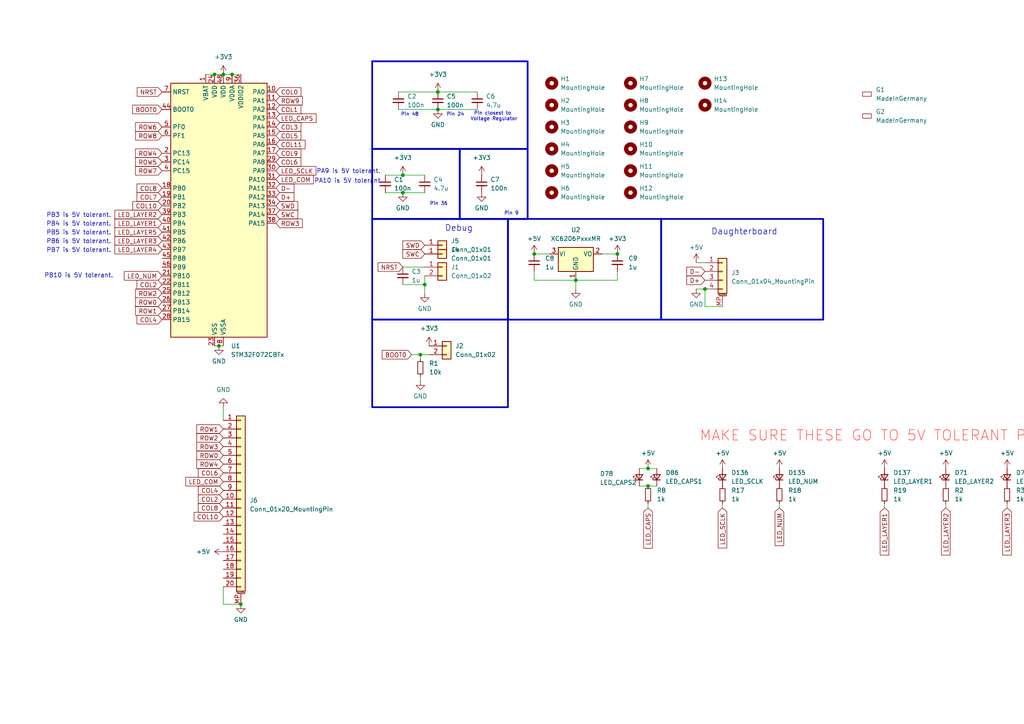
<source format=kicad_sch>
(kicad_sch (version 20231120) (generator "eeschema") (generator_version "8.0")
  (paper "A4")
  (junction (at 69.85 175.26))
  (junction (at 63.5 100.33))
  (junction (at 116.84 50.8))
  (junction (at 127 26.67))
  (junction (at 204.47 83.82))
  (junction (at 179.07 73.66))
  (junction (at 257.81 250.19))
  (junction (at 121.92 102.87))
  (junction (at 284.48 402.59))
  (junction (at 257.81 364.49))
  (junction (at 58.42 364.49))
  (junction (at 187.96 135.89))
  (junction (at 62.23 21.59))
  (junction (at 187.96 140.97))
  (junction (at 256.54 321.31))
  (junction (at 123.19 82.55))
  (junction (at 67.31 21.59))
  (junction (at 116.84 55.88))
  (junction (at 167.005 81.28))
  (junction (at 261.62 326.39))
  (junction (at 58.42 307.34))
  (junction (at 64.77 21.59))
  (junction (at 257.81 326.39))
  (junction (at 154.94 73.66))
  (junction (at 127 31.75))
  (wire (pts (xy 257.81 364.49) (xy 261.62 364.49)))
  (wire (pts (xy 64.77 170.18) (xy 64.77 175.26)))
  (wire (pts (xy 127 31.75) (xy 138.43 31.75)))
  (wire (pts (xy 179.07 81.28) (xy 167.005 81.28)))
  (wire (pts (xy 204.47 88.9) (xy 209.55 88.9)))
  (wire (pts (xy 179.07 78.74) (xy 179.07 81.28)))
  (wire (pts (xy 257.81 326.39) (xy 261.62 326.39)))
  (wire (pts (xy 167.005 81.28) (xy 167.005 83.82)))
  (wire (pts (xy 274.32 146.05) (xy 274.32 147.32)))
  (wire (pts (xy 116.84 77.47) (xy 123.19 77.47)))
  (wire (pts (xy 119.38 102.87) (xy 121.92 102.87)))
  (wire (pts (xy 154.94 73.66) (xy 159.385 73.66)))
  (wire (pts (xy 63.5 100.33) (xy 64.77 100.33)))
  (wire (pts (xy 327.66 146.05) (xy 327.66 147.32)))
  (wire (pts (xy 185.42 135.89) (xy 187.96 135.89)))
  (wire (pts (xy 252.73 321.31) (xy 256.54 321.31)))
  (wire (pts (xy 59.69 21.59) (xy 62.23 21.59)))
  (wire (pts (xy 187.96 140.97) (xy 190.5 140.97)))
  (wire (pts (xy 185.42 140.97) (xy 187.96 140.97)))
  (wire (pts (xy 256.54 146.05) (xy 256.54 147.32)))
  (wire (pts (xy 62.23 21.59) (xy 64.77 21.59)))
  (wire (pts (xy 226.06 146.05) (xy 226.06 147.32)))
  (wire (pts (xy 62.23 100.33) (xy 63.5 100.33)))
  (wire (pts (xy 257.81 250.19) (xy 261.62 250.19)))
  (wire (pts (xy 116.84 50.8) (xy 123.19 50.8)))
  (wire (pts (xy 64.77 175.26) (xy 69.85 175.26)))
  (wire (pts (xy 127 26.67) (xy 138.43 26.67)))
  (wire (pts (xy 58.42 364.49) (xy 62.23 364.49)))
  (wire (pts (xy 64.77 21.59) (xy 67.31 21.59)))
  (wire (pts (xy 115.57 31.75) (xy 127 31.75)))
  (wire (pts (xy 116.84 55.88) (xy 123.19 55.88)))
  (wire (pts (xy 121.92 104.14) (xy 121.92 102.87)))
  (wire (pts (xy 123.19 80.01) (xy 123.19 82.55)))
  (wire (pts (xy 53.34 359.41) (xy 57.15 359.41)))
  (wire (pts (xy 111.76 50.8) (xy 116.84 50.8)))
  (wire (pts (xy 174.625 73.66) (xy 179.07 73.66)))
  (wire (pts (xy 123.19 82.55) (xy 123.19 85.09)))
  (wire (pts (xy 67.31 21.59) (xy 69.85 21.59)))
  (wire (pts (xy 292.1 146.05) (xy 292.1 147.32)))
  (wire (pts (xy 201.93 83.82) (xy 204.47 83.82)))
  (wire (pts (xy 201.93 76.2) (xy 204.47 76.2)))
  (wire (pts (xy 64.77 118.11) (xy 64.77 121.92)))
  (wire (pts (xy 284.48 402.59) (xy 288.29 402.59)))
  (wire (pts (xy 115.57 26.67) (xy 127 26.67)))
  (wire (pts (xy 121.92 102.87) (xy 124.46 102.87)))
  (wire (pts (xy 209.55 146.05) (xy 209.55 147.32)))
  (wire (pts (xy 187.96 146.05) (xy 187.96 147.32)))
  (wire (pts (xy 252.73 245.11) (xy 256.54 245.11)))
  (wire (pts (xy 261.62 326.39) (xy 264.16 326.39)))
  (wire (pts (xy 58.42 307.34) (xy 62.23 307.34)))
  (wire (pts (xy 154.94 81.28) (xy 167.005 81.28)))
  (wire (pts (xy 187.96 135.89) (xy 190.5 135.89)))
  (wire (pts (xy 111.76 55.88) (xy 116.84 55.88)))
  (wire (pts (xy 279.4 397.51) (xy 283.21 397.51)))
  (wire (pts (xy 121.92 109.22) (xy 121.92 110.49)))
  (wire (pts (xy 154.94 78.74) (xy 154.94 81.28)))
  (wire (pts (xy 53.34 302.26) (xy 57.15 302.26)))
  (wire (pts (xy 204.47 83.82) (xy 204.47 88.9)))
  (wire (pts (xy 252.73 359.41) (xy 256.54 359.41)))
  (wire (pts (xy 309.88 146.05) (xy 309.88 147.32)))
  (wire (pts (xy 116.84 82.55) (xy 123.19 82.55)))
  (wire (pts (xy 256.54 321.31) (xy 259.08 321.31)))
  (rectangle (start 215.9 219.075) (end 243.84 314.96) (stroke (width 0) (color 243 46 255 1)))
  (rectangle (start 107.95 63.5) (end 147.32 92.71) (stroke (width 0.5)))
  (rectangle (start 267.335 219.075) (end 295.275 314.96) (stroke (width 0) (color 243 46 255 1)))
  (rectangle (start 117.475 219.075) (end 145.415 314.96) (stroke (width 0) (color 243 46 255 1)))
  (rectangle (start 191.77 63.5) (end 238.76 92.71) (stroke (width 0.5)))
  (rectangle (start 107.95 92.71) (end 147.32 118.11) (stroke (width 0.5)))
  (rectangle (start 133.35 43.18) (end 153.035 63.5) (stroke (width 0.5)))
  (rectangle (start 166.37 219.71) (end 194.31 315.595) (stroke (width 0) (color 243 46 255 1)))
  (rectangle (start 107.95 17.78) (end 153.035 43.18) (stroke (width 0.5)))
  (rectangle (start 267.335 314.96) (end 295.275 410.845))
  (rectangle (start 147.32 63.5) (end 191.77 92.71) (stroke (width 0.5)))
  (rectangle (start 295.275 219.075) (end 323.85 410.845))
  (rectangle (start 15.24 219.075) (end 43.815 411.48))
  (rectangle (start 66.675 219.075) (end 94.615 314.96) (stroke (width 0) (color 243 46 255 1)))
  (rectangle (start 107.95 43.18) (end 133.35 63.5) (stroke (width 0.5)))
  (text "PA10 is 5V tolerant." (at 101.092 52.578 0) (effects (font (size 1.27 1.27))))
  (text "MAKE SURE THESE GO TO 5V TOLERANT PINS" (at 254 126.492 0) (effects (font (size 3 3))))
  (text "PB10 is 5V tolerant." (at 22.86 80.01 0) (effects (font (size 1.27 1.27))))
  (text "Pin 24" (at 132.08 33.274 0) (effects (font (size 1 1))))
  (text "PB6 is 5V tolerant." (at 22.86 70.104 0) (effects (font (size 1.27 1.27))))
  (text "Debug" (at 133.096 66.294 0) (effects (font (size 1.75 1.75))))
  (text "Pin 48" (at 118.872 33.274 0) (effects (font (size 1 1))))
  (text "Pin 36" (at 127.254 59.182 0) (effects (font (size 1 1))))
  (text "PB5 is 5V tolerant." (at 22.86 67.564 0) (effects (font (size 1.27 1.27))))
  (text "PB3 is 5V tolerant." (at 22.86 62.484 0) (effects (font (size 1.27 1.27))))
  (text "Pin 9" (at 148.336 61.976 0) (effects (font (size 1 1))))
  (text "Daughterboard" (at 215.9 67.31 0) (effects (font (size 1.75 1.75))))
  (text "Pin closest to \nVoltage Regulator" (at 143.256 33.782 0) (effects (font (size 1 1))))
  (text "PB4 is 5V tolerant." (at 22.86 65.024 0) (effects (font (size 1.27 1.27))))
  (text "PB7 is 5V tolerant." (at 22.86 72.644 0) (effects (font (size 1.27 1.27))))
  (text "PA9 is 5V tolerant." (at 101.092 49.784 0) (effects (font (size 1.27 1.27))))
  (global_label "COL11" (shape input) (at 304.8 378.46 180) (property "Intersheetrefs" "${INTERSHEET_REFS}" (effects (hide yes))))
  (global_label "ROW6" (shape input) (at 133.35 350.52 180) (property "Intersheetrefs" "${INTERSHEET_REFS}" (effects (hide yes))))
  (global_label "COL2" (shape input) (at 78.74 378.46 180) (property "Intersheetrefs" "${INTERSHEET_REFS}" (effects (hide yes))))
  (global_label "ROW8" (shape input) (at 284.48 388.62 180) (property "Intersheetrefs" "${INTERSHEET_REFS}" (effects (hide yes))))
  (global_label "LED_COM" (shape input) (at 80.01 52.07 0) (property "Intersheetrefs" "${INTERSHEET_REFS}" (effects (hide yes))))
  (global_label "NRST" (shape input) (at 116.84 77.47 180) (property "Intersheetrefs" "${INTERSHEET_REFS}" (effects (hide yes))))
  (global_label "COL0" (shape input) (at 27.94 245.11 180) (property "Intersheetrefs" "${INTERSHEET_REFS}" (effects (hide yes))))
  (global_label "ROW2" (shape input) (at 257.81 274.32 180) (property "Intersheetrefs" "${INTERSHEET_REFS}" (effects (hide yes))))
  (global_label "LED_LAYER1" (shape input) (at 256.54 147.32 270) (property "Intersheetrefs" "${INTERSHEET_REFS}" (effects (hide yes))))
  (global_label "COL5" (shape input) (at 152.4 340.36 180) (property "Intersheetrefs" "${INTERSHEET_REFS}" (effects (hide yes))))
  (global_label "ROW5" (shape input) (at 107.95 331.47 180) (property "Intersheetrefs" "${INTERSHEET_REFS}" (effects (hide yes))))
  (global_label "ROW2" (shape input) (at 157.48 274.32 180) (property "Intersheetrefs" "${INTERSHEET_REFS}" (effects (hide yes))))
  (global_label "COL6" (shape input) (at 177.8 340.36 180) (property "Intersheetrefs" "${INTERSHEET_REFS}" (effects (hide yes))))
  (global_label "ROW3" (shape input) (at 64.77 129.54 180) (property "Intersheetrefs" "${INTERSHEET_REFS}" (effects (hide yes))))
  (global_label "LED_NUM" (shape input) (at 226.06 147.32 270) (property "Intersheetrefs" "${INTERSHEET_REFS}" (effects (hide yes))))
  (global_label "ROW0" (shape input) (at 308.61 236.22 180) (property "Intersheetrefs" "${INTERSHEET_REFS}" (effects (hide yes))))
  (global_label "ROW9" (shape input) (at 133.35 407.67 180) (property "Intersheetrefs" "${INTERSHEET_REFS}" (effects (hide yes))))
  (global_label "COL0" (shape input) (at 27.94 264.16 180) (property "Intersheetrefs" "${INTERSHEET_REFS}" (effects (hide yes))))
  (global_label "ROW1" (shape input) (at 157.48 255.27 180) (property "Intersheetrefs" "${INTERSHEET_REFS}" (effects (hide yes))))
  (global_label "COL4" (shape input) (at 46.99 92.71 180) (property "Intersheetrefs" "${INTERSHEET_REFS}" (effects (hide yes))))
  (global_label "ROW2" (shape input) (at 58.42 274.32 180) (property "Intersheetrefs" "${INTERSHEET_REFS}" (effects (hide yes))))
  (global_label "COL5" (shape input) (at 152.4 302.26 180) (property "Intersheetrefs" "${INTERSHEET_REFS}" (effects (hide yes))))
  (global_label "COL5" (shape input) (at 80.01 39.37 0) (property "Intersheetrefs" "${INTERSHEET_REFS}" (effects (hide yes))))
  (global_label "ROW5" (shape input) (at 157.48 331.47 180) (property "Intersheetrefs" "${INTERSHEET_REFS}" (effects (hide yes))))
  (global_label "ROW7" (shape input) (at 309.88 369.57 180) (property "Intersheetrefs" "${INTERSHEET_REFS}" (effects (hide yes))))
  (global_label "COL9" (shape input) (at 252.73 397.51 180) (property "Intersheetrefs" "${INTERSHEET_REFS}" (effects (hide yes))))
  (global_label "ROW6" (shape input) (at 257.81 350.52 180) (property "Intersheetrefs" "${INTERSHEET_REFS}" (effects (hide yes))))
  (global_label "COL11" (shape input) (at 303.53 245.11 180) (property "Intersheetrefs" "${INTERSHEET_REFS}" (effects (hide yes))))
  (global_label "ROW8" (shape input) (at 133.35 388.62 180) (property "Intersheetrefs" "${INTERSHEET_REFS}" (effects (hide yes))))
  (global_label "ROW7" (shape input) (at 182.88 369.57 180) (property "Intersheetrefs" "${INTERSHEET_REFS}" (effects (hide yes))))
  (global_label "ROW8" (shape input) (at 257.81 388.62 180) (property "Intersheetrefs" "${INTERSHEET_REFS}" (effects (hide yes))))
  (global_label "ROW8" (shape input) (at 309.88 388.62 180) (property "Intersheetrefs" "${INTERSHEET_REFS}" (effects (hide yes))))
  (global_label "COL2" (shape input) (at 78.74 359.41 180) (property "Intersheetrefs" "${INTERSHEET_REFS}" (effects (hide yes))))
  (global_label "COL3" (shape input) (at 102.87 283.21 180) (property "Intersheetrefs" "${INTERSHEET_REFS}" (effects (hide yes))))
  (global_label "COL1" (shape input) (at 80.01 31.75 0) (property "Intersheetrefs" "${INTERSHEET_REFS}" (effects (hide yes))))
  (global_label "COL7" (shape input) (at 46.99 57.15 180) (property "Intersheetrefs" "${INTERSHEET_REFS}" (effects (hide yes))))
  (global_label "ROW1" (shape input) (at 58.42 255.27 180) (property "Intersheetrefs" "${INTERSHEET_REFS}" (effects (hide yes))))
  (global_label "ROW1" (shape input) (at 257.81 255.27 180) (property "Intersheetrefs" "${INTERSHEET_REFS}" (effects (hide yes))))
  (global_label "COL8" (shape input) (at 227.33 340.36 180) (property "Intersheetrefs" "${INTERSHEET_REFS}" (effects (hide yes))))
  (global_label "COL9" (shape input) (at 252.73 340.36 180) (property "Intersheetrefs" "${INTERSHEET_REFS}" (effects (hide yes))))
  (global_label "COL5" (shape input) (at 152.4 283.21 180) (property "Intersheetrefs" "${INTERSHEET_REFS}" (effects (hide yes))))
  (global_label "ROW8" (shape input) (at 232.41 388.62 180) (property "Intersheetrefs" "${INTERSHEET_REFS}" (effects (hide yes))))
  (global_label "LED_NUM" (shape input) (at 46.99 80.01 180) (property "Intersheetrefs" "${INTERSHEET_REFS}" (effects (hide yes))))
  (global_label "ROW8" (shape input) (at 58.42 388.62 180) (property "Intersheetrefs" "${INTERSHEET_REFS}" (effects (hide yes))))
  (global_label "COL3" (shape input) (at 102.87 359.41 180) (property "Intersheetrefs" "${INTERSHEET_REFS}" (effects (hide yes))))
  (global_label "ROW9" (shape input) (at 33.02 407.67 180) (property "Intersheetrefs" "${INTERSHEET_REFS}" (effects (hide yes))))
  (global_label "ROW3" (shape input) (at 308.61 293.37 180) (property "Intersheetrefs" "${INTERSHEET_REFS}" (effects (hide yes))))
  (global_label "COL6" (shape input) (at 64.77 137.16 180) (property "Intersheetrefs" "${INTERSHEET_REFS}" (effects (hide yes))))
  (global_label "ROW5" (shape input) (at 257.81 331.47 180) (property "Intersheetrefs" "${INTERSHEET_REFS}" (effects (hide yes))))
  (global_label "COL7" (shape input) (at 203.2 340.36 180) (property "Intersheetrefs" "${INTERSHEET_REFS}" (effects (hide yes))))
  (global_label "COL6" (shape input) (at 177.8 378.46 180) (property "Intersheetrefs" "${INTERSHEET_REFS}" (effects (hide yes))))
  (global_label "LED_CAPS" (shape input) (at 187.96 147.32 270) (property "Intersheetrefs" "${INTERSHEET_REFS}" (effects (hide yes))))
  (global_label "BOOT0" (shape input) (at 46.99 31.75 180) (property "Intersheetrefs" "${INTERSHEET_REFS}" (effects (hide yes))))
  (global_label "ROW5" (shape input) (at 33.02 331.47 180) (property "Intersheetrefs" "${INTERSHEET_REFS}" (effects (hide yes))))
  (global_label "ROW7" (shape input) (at 46.99 49.53 180) (property "Intersheetrefs" "${INTERSHEET_REFS}" (effects (hide yes))))
  (global_label "ROW9" (shape input) (at 309.88 407.67 180) (property "Intersheetrefs" "${INTERSHEET_REFS}" (effects (hide yes))))
  (global_label "ROW8" (shape input) (at 182.88 388.62 180) (property "Intersheetrefs" "${INTERSHEET_REFS}" (effects (hide yes))))
  (global_label "COL11" (shape input) (at 304.8 302.26 180) (property "Intersheetrefs" "${INTERSHEET_REFS}" (effects (hide yes))))
  (global_label "COL2" (shape input) (at 64.77 144.78 180) (property "Intersheetrefs" "${INTERSHEET_REFS}" (effects (hide yes))))
  (global_label "ROW8" (shape input) (at 83.82 388.62 180) (property "Intersheetrefs" "${INTERSHEET_REFS}" (effects (hide yes))))
  (global_label "COL0" (shape input) (at 80.01 26.67 0) (property "Intersheetrefs" "${INTERSHEET_REFS}" (effects (hide yes))))
  (global_label "COL8" (shape input) (at 64.77 147.32 180) (property "Intersheetrefs" "${INTERSHEET_REFS}" (effects (hide yes))))
  (global_label "ROW8" (shape input) (at 157.48 388.62 180) (property "Intersheetrefs" "${INTERSHEET_REFS}" (effects (hide yes))))
  (global_label "ROW6" (shape input) (at 208.28 350.52 180) (property "Intersheetrefs" "${INTERSHEET_REFS}" (effects (hide yes))))
  (global_label "COL4" (shape input) (at 128.27 321.31 180) (property "Intersheetrefs" "${INTERSHEET_REFS}" (effects (hide yes))))
  (global_label "ROW7" (shape input) (at 232.41 369.57 180) (property "Intersheetrefs" "${INTERSHEET_REFS}" (effects (hide yes))))
  (global_label "LED_LAYER4" (shape input) (at 309.88 147.32 270) (property "Intersheetrefs" "${INTERSHEET_REFS}" (effects (hide yes))))
  (global_label "COL0" (shape input) (at 27.94 378.46 180) (property "Intersheetrefs" "${INTERSHEET_REFS}" (effects (hide yes))))
  (global_label "COL2" (shape input) (at 78.74 340.36 180) (property "Intersheetrefs" "${INTERSHEET_REFS}" (effects (hide yes))))
  (global_label "COL9" (shape input) (at 252.73 283.21 180) (property "Intersheetrefs" "${INTERSHEET_REFS}" (effects (hide yes))))
  (global_label "COL8" (shape input) (at 227.33 359.41 180) (property "Intersheetrefs" "${INTERSHEET_REFS}" (effects (hide yes))))
  (global_label "COL1" (shape input) (at 53.34 378.46 180) (property "Intersheetrefs" "${INTERSHEET_REFS}" (effects (hide yes))))
  (global_label "COL1" (shape input) (at 53.34 302.26 180) (property "Intersheetrefs" "${INTERSHEET_REFS}" (effects (hide yes))))
  (global_label "COL0" (shape input) (at 27.94 226.06 180) (property "Intersheetrefs" "${INTERSHEET_REFS}" (effects (hide yes))))
  (global_label "COL5" (shape input) (at 152.4 321.31 180) (property "Intersheetrefs" "${INTERSHEET_REFS}" (effects (hide yes))))
  (global_label "COL1" (shape input) (at 53.34 264.16 180) (property "Intersheetrefs" "${INTERSHEET_REFS}" (effects (hide yes))))
  (global_label "LED_SCLK" (shape input) (at 209.55 147.32 270) (property "Intersheetrefs" "${INTERSHEET_REFS}" (effects (hide yes))))
  (global_label "COL7" (shape input) (at 201.93 264.16 180) (property "Intersheetrefs" "${INTERSHEET_REFS}" (effects (hide yes))))
  (global_label "COL0" (shape input) (at 27.94 340.36 180) (property "Intersheetrefs" "${INTERSHEET_REFS}" (effects (hide yes))))
  (global_label "COL7" (shape input) (at 203.2 359.41 180) (property "Intersheetrefs" "${INTERSHEET_REFS}" (effects (hide yes))))
  (global_label "COL1" (shape input) (at 53.34 397.51 180) (property "Intersheetrefs" "${INTERSHEET_REFS}" (effects (hide yes))))
  (global_label "COL4" (shape input) (at 128.27 378.46 180) (property "Intersheetrefs" "${INTERSHEET_REFS}" (effects (hide yes))))
  (global_label "COL11" (shape input) (at 304.8 340.36 180) (property "Intersheetrefs" "${INTERSHEET_REFS}" (effects (hide yes))))
  (global_label "ROW3" (shape input) (at 157.48 293.37 180) (property "Intersheetrefs" "${INTERSHEET_REFS}" (effects (hide yes))))
  (global_label "ROW9" (shape input) (at 257.81 407.67 180) (property "Intersheetrefs" "${INTERSHEET_REFS}" (effects (hide yes))))
  (global_label "ROW5" (shape input) (at 284.48 331.47 180) (property "Intersheetrefs" "${INTERSHEET_REFS}" (effects (hide yes))))
  (global_label "COL7" (shape input) (at 203.2 321.31 180) (property "Intersheetrefs" "${INTERSHEET_REFS}" (effects (hide yes))))
  (global_label "SWC" (shape input) (at 123.19 73.66 180) (property "Intersheetrefs" "${INTERSHEET_REFS}" (effects (hide yes))))
  (global_label "COL7" (shape input) (at 203.2 302.26 180) (property "Intersheetrefs" "${INTERSHEET_REFS}" (effects (hide yes))))
  (global_label "LED_LAYER2" (shape input) (at 46.99 62.23 180) (property "Intersheetrefs" "${INTERSHEET_REFS}" (effects (hide yes))))
  (global_label "ROW2" (shape input) (at 46.99 85.09 180) (property "Intersheetrefs" "${INTERSHEET_REFS}" (effects (hide yes))))
  (global_label "ROW6" (shape input) (at 182.88 350.52 180) (property "Intersheetrefs" "${INTERSHEET_REFS}" (effects (hide yes))))
  (global_label "ROW9" (shape input) (at 58.42 407.67 180) (property "Intersheetrefs" "${INTERSHEET_REFS}" (effects (hide yes))))
  (global_label "LED_COM" (shape input) (at 64.77 139.7 180) (property "Intersheetrefs" "${INTERSHEET_REFS}" (effects (hide yes))))
  (global_label "COL5" (shape input) (at 152.4 245.11 180) (property "Intersheetrefs" "${INTERSHEET_REFS}" (effects (hide yes))))
  (global_label "LED_LAYER4" (shape input) (at 46.99 72.39 180) (property "Intersheetrefs" "${INTERSHEET_REFS}" (effects (hide yes))))
  (global_label "COL1" (shape input) (at 53.34 283.21 180) (property "Intersheetrefs" "${INTERSHEET_REFS}" (effects (hide yes))))
  (global_label "ROW5" (shape input) (at 309.88 331.47 180) (property "Intersheetrefs" "${INTERSHEET_REFS}" (effects (hide yes))))
  (global_label "COL3" (shape input) (at 102.87 340.36 180) (property "Intersheetrefs" "${INTERSHEET_REFS}" (effects (hide yes))))
  (global_label "COL3" (shape input) (at 102.87 264.16 180) (property "Intersheetrefs" "${INTERSHEET_REFS}" (effects (hide yes))))
  (global_label "COL1" (shape input) (at 53.34 321.31 180) (property "Intersheetrefs" "${INTERSHEET_REFS}" (effects (hide yes))))
  (global_label "ROW0" (shape input) (at 257.81 236.22 180) (property "Intersheetrefs" "${INTERSHEET_REFS}" (effects (hide yes))))
  (global_label "ROW6" (shape input) (at 284.48 350.52 180) (property "Intersheetrefs" "${INTERSHEET_REFS}" (effects (hide yes))))
  (global_label "ROW7" (shape input) (at 284.48 369.57 180) (property "Intersheetrefs" "${INTERSHEET_REFS}" (effects (hide yes))))
  (global_label "COL1" (shape input) (at 53.34 359.41 180) (property "Intersheetrefs" "${INTERSHEET_REFS}" (effects (hide yes))))
  (global_label "COL8" (shape input) (at 227.33 397.51 180) (property "Intersheetrefs" "${INTERSHEET_REFS}" (effects (hide yes))))
  (global_label "ROW0" (shape input) (at 64.77 132.08 180) (property "Intersheetrefs" "${INTERSHEET_REFS}" (effects (hide yes))))
  (global_label "ROW6" (shape input) (at 157.48 350.52 180) (property "Intersheetrefs" "${INTERSHEET_REFS}" (effects (hide yes))))
  (global_label "ROW5" (shape input) (at 133.35 331.47 180) (property "Intersheetrefs" "${INTERSHEET_REFS}" (effects (hide yes))))
  (global_label "ROW7" (shape input) (at 58.42 369.57 180) (property "Intersheetrefs" "${INTERSHEET_REFS}" (effects (hide yes))))
  (global_label "ROW0" (shape input) (at 157.48 236.22 180) (property "Intersheetrefs" "${INTERSHEET_REFS}" (effects (hide yes))))
  (global_label "ROW7" (shape input) (at 83.82 369.57 180) (property "Intersheetrefs" "${INTERSHEET_REFS}" (effects (hide yes))))
  (global_label "SWD" (shape input) (at 123.19 71.12 180) (property "Intersheetrefs" "${INTERSHEET_REFS}" (effects (hide yes))))
  (global_label "ROW1" (shape input) (at 107.95 255.27 180) (property "Intersheetrefs" "${INTERSHEET_REFS}" (effects (hide yes))))
  (global_label "COL7" (shape input) (at 201.93 226.06 180) (property "Intersheetrefs" "${INTERSHEET_REFS}" (effects (hide yes))))
  (global_label "ROW0" (shape input) (at 58.42 236.22 180) (property "Intersheetrefs" "${INTERSHEET_REFS}" (effects (hide yes))))
  (global_label "D-" (shape input) (at 80.01 54.61 0) (property "Intersheetrefs" "${INTERSHEET_REFS}" (effects (hide yes))))
  (global_label "COL3" (shape input) (at 102.87 302.26 180) (property "Intersheetrefs" "${INTERSHEET_REFS}" (effects (hide yes))))
  (global_label "COL8" (shape input) (at 46.99 54.61 180) (property "Intersheetrefs" "${INTERSHEET_REFS}" (effects (hide yes))))
  (global_label "LED_SCLK" (shape input) (at 80.01 49.53 0) (property "Intersheetrefs" "${INTERSHEET_REFS}" (effects (hide yes))))
  (global_label "LED_LAYER3" (shape input) (at 46.99 69.85 180) (property "Intersheetrefs" "${INTERSHEET_REFS}" (effects (hide yes))))
  (global_label "ROW5" (shape input) (at 83.82 331.47 180) (property "Intersheetrefs" "${INTERSHEET_REFS}" (effects (hide yes))))
  (global_label "COL10" (shape input) (at 279.4 321.31 180) (property "Intersheetrefs" "${INTERSHEET_REFS}" (effects (hide yes))))
  (global_label "COL4" (shape input) (at 64.77 142.24 180) (property "Intersheetrefs" "${INTERSHEET_REFS}" (effects (hide yes))))
  (global_label "COL5" (shape input) (at 152.4 378.46 180) (property "Intersheetrefs" "${INTERSHEET_REFS}" (effects (hide yes))))
  (global_label "ROW7" (shape input) (at 133.35 369.57 180) (property "Intersheetrefs" "${INTERSHEET_REFS}" (effects (hide yes))))
  (global_label "COL0" (shape input) (at 27.94 321.31 180) (property "Intersheetrefs" "${INTERSHEET_REFS}" (effects (hide yes))))
  (global_label "LED_LAYER5" (shape input) (at 46.99 67.31 180) (property "Intersheetrefs" "${INTERSHEET_REFS}" (effects (hide yes))))
  (global_label "ROW5" (shape input) (at 58.42 331.47 180) (property "Intersheetrefs" "${INTERSHEET_REFS}" (effects (hide yes))))
  (global_label "ROW1" (shape input) (at 207.01 255.27 180) (property "Intersheetrefs" "${INTERSHEET_REFS}" (effects (hide yes))))
  (global_label "SWC" (shape input) (at 80.01 62.23 0) (property "Intersheetrefs" "${INTERSHEET_REFS}" (effects (hide yes))))
  (global_label "COL6" (shape input) (at 80.01 46.99 0) (property "Intersheetrefs" "${INTERSHEET_REFS}" (effects (hide yes))))
  (global_label "ROW4" (shape input) (at 208.28 312.42 180) (property "Intersheetrefs" "${INTERSHEET_REFS}" (effects (hide yes))))
  (global_label "LED_CAPS" (shape input) (at 80.01 34.29 0) (property "Intersheetrefs" "${INTERSHEET_REFS}" (effects (hide yes))))
  (global_label "ROW7" (shape input) (at 157.48 369.57 180) (property "Intersheetrefs" "${INTERSHEET_REFS}" (effects (hide yes))))
  (global_label "ROW1" (shape input) (at 33.02 255.27 180) (property "Intersheetrefs" "${INTERSHEET_REFS}" (effects (hide yes))))
  (global_label "ROW6" (shape input) (at 46.99 36.83 180) (property "Intersheetrefs" "${INTERSHEET_REFS}" (effects (hide yes))))
  (global_label "SWD" (shape input) (at 80.01 59.69 0) (property "Intersheetrefs" "${INTERSHEET_REFS}" (effects (hide yes))))
  (global_label "COL10" (shape input) (at 64.77 149.86 180) (property "Intersheetrefs" "${INTERSHEET_REFS}" (effects (hide yes))))
  (global_label "ROW7" (shape input) (at 208.28 369.57 180) (property "Intersheetrefs" "${INTERSHEET_REFS}" (effects (hide yes))))
  (global_label "ROW4" (shape input) (at 309.88 312.42 180) (property "Intersheetrefs" "${INTERSHEET_REFS}" (effects (hide yes))))
  (global_label "ROW2" (shape input) (at 64.77 127 180) (property "Intersheetrefs" "${INTERSHEET_REFS}" (effects (hide yes))))
  (global_label "LED_LAYER5" (shape input) (at 327.66 147.32 270) (property "Intersheetrefs" "${INTERSHEET_REFS}" (effects (hide yes))))
  (global_label "COL4" (shape input) (at 128.27 397.51 180) (property "Intersheetrefs" "${INTERSHEET_REFS}" (effects (hide yes))))
  (global_label "COL10" (shape input) (at 279.4 397.51 180) (property "Intersheetrefs" "${INTERSHEET_REFS}" (effects (hide yes))))
  (global_label "ROW5" (shape input) (at 232.41 331.47 180) (property "Intersheetrefs" "${INTERSHEET_REFS}" (effects (hide yes))))
  (global_label "COL2" (shape input) (at 78.74 321.31 180) (property "Intersheetrefs" "${INTERSHEET_REFS}" (effects (hide yes))))
  (global_label "COL4" (shape input) (at 128.27 340.36 180) (property "Intersheetrefs" "${INTERSHEET_REFS}" (effects (hide yes))))
  (global_label "COL3" (shape input) (at 102.87 321.31 180) (property "Intersheetrefs" "${INTERSHEET_REFS}" (effects (hide yes))))
  (global_label "COL11" (shape input) (at 303.53 264.16 180) (property "Intersheetrefs" "${INTERSHEET_REFS}" (effects (hide yes))))
  (global_label "ROW7" (shape input) (at 107.95 369.57 180) (property "Intersheetrefs" "${INTERSHEET_REFS}" (effects (hide yes))))
  (global_label "ROW0" (shape input) (at 33.02 236.22 180) (property "Intersheetrefs" "${INTERSHEET_REFS}" (effects (hide yes))))
  (global_label "ROW4" (shape input) (at 157.48 312.42 180) (property "Intersheetrefs" "${INTERSHEET_REFS}" (effects (hide yes))))
  (global_label "ROW9" (shape input) (at 232.41 407.67 180) (property "Intersheetrefs" "${INTERSHEET_REFS}" (effects (hide yes))))
  (global_label "ROW2" (shape input) (at 33.02 274.32 180) (property "Intersheetrefs" "${INTERSHEET_REFS}" (effects (hide yes))))
  (global_label "ROW2" (shape input) (at 308.61 274.32 180) (property "Intersheetrefs" "${INTERSHEET_REFS}" (effects (hide yes))))
  (global_label "ROW1" (shape input) (at 64.77 124.46 180) (property "Intersheetrefs" "${INTERSHEET_REFS}" (effects (hide yes))))
  (global_label "ROW9" (shape input) (at 157.48 407.67 180) (property "Intersheetrefs" "${INTERSHEET_REFS}" (effects (hide yes))))
  (global_label "ROW2" (shape input) (at 207.01 274.32 180) (property "Intersheetrefs" "${INTERSHEET_REFS}" (effects (hide yes))))
  (global_label "LED_LAYER1" (shape input) (at 46.99 64.77 180) (property "Intersheetrefs" "${INTERSHEET_REFS}" (effects (hide yes))))
  (global_label "ROW3" (shape input) (at 107.95 293.37 180) (property "Intersheetrefs" "${INTERSHEET_REFS}" (effects (hide yes))))
  (global_label "COL9" (shape input) (at 252.73 321.31 180) (property "Intersheetrefs" "${INTERSHEET_REFS}" (effects (hide yes))))
  (global_label "COL9" (shape input) (at 80.01 44.45 0) (property "Intersheetrefs" "${INTERSHEET_REFS}" (effects (hide yes))))
  (global_label "ROW0" (shape input) (at 107.95 236.22 180) (property "Intersheetrefs" "${INTERSHEET_REFS}" (effects (hide yes))))
  (global_label "ROW4" (shape input) (at 64.77 134.62 180) (property "Intersheetrefs" "${INTERSHEET_REFS}" (effects (hide yes))))
  (global_label "COL9" (shape input) (at 254 302.26 180) (property "Intersheetrefs" "${INTERSHEET_REFS}" (effects (hide yes))))
  (global_label "ROW5" (shape input) (at 46.99 46.99 180) (property "Intersheetrefs" "${INTERSHEET_REFS}" (effects (hide yes))))
  (global_label "COL3" (shape input) (at 80.01 36.83 0) (property "Intersheetrefs" "${INTERSHEET_REFS}" (effects (hide yes))))
  (global_label "COL1" (shape input) (at 53.34 226.06 180) (property "Intersheetrefs" "${INTERSHEET_REFS}" (effects (hide yes))))
  (global_label "ROW8" (shape input) (at 33.02 388.62 180) (property "Intersheetrefs" "${INTERSHEET_REFS}" (effects (hide yes))))
  (global_label "COL4" (shape input) (at 128.27 359.41 180) (property "Intersheetrefs" "${INTERSHEET_REFS}" (effects (hide yes))))
  (global_label "COL5" (shape input) (at 152.4 264.16 180) (property "Intersheetrefs" "${INTERSHEET_REFS}" (effects (hide yes))))
  (global_label "ROW3" (shape input) (at 33.02 293.37 180) (property "Intersheetrefs" "${INTERSHEET_REFS}" (effects (hide yes))))
  (global_label "ROW4" (shape input) (at 58.42 312.42 180) (property "Intersheetrefs" "${INTERSHEET_REFS}" (effects (hide yes))))
  (global_label "COL7" (shape input) (at 201.93 245.11 180) (property "Intersheetrefs" "${INTERSHEET_REFS}" (effects (hide yes))))
  (global_label "ROW6" (shape input) (at 232.41 350.52 180) (property "Intersheetrefs" "${INTERSHEET_REFS}" (effects (hide yes))))
  (global_label "COL8" (shape input) (at 227.33 378.46 180) (property "Intersheetrefs" "${INTERSHEET_REFS}" (effects (hide yes))))
  (global_label "COL6" (shape input) (at 177.8 359.41 180) (property "Intersheetrefs" "${INTERSHEET_REFS}" (effects (hide yes))))
  (global_label "BOOT0" (shape input) (at 119.38 102.87 180) (property "Intersheetrefs" "${INTERSHEET_REFS}" (effects (hide yes))))
  (global_label "ROW5" (shape input) (at 208.28 331.47 180) (property "Intersheetrefs" "${INTERSHEET_REFS}" (effects (hide yes))))
  (global_label "COL9" (shape input) (at 252.73 264.16 180) (property "Intersheetrefs" "${INTERSHEET_REFS}" (effects (hide yes))))
  (global_label "COL5" (shape input) (at 152.4 226.06 180) (property "Intersheetrefs" "${INTERSHEET_REFS}" (effects (hide yes))))
  (global_label "COL1" (shape input) (at 53.34 245.11 180) (property "Intersheetrefs" "${INTERSHEET_REFS}" (effects (hide yes))))
  (global_label "ROW9" (shape input) (at 83.82 407.67 180) (property "Intersheetrefs" "${INTERSHEET_REFS}" (effects (hide yes))))
  (global_label "COL11" (shape input) (at 304.8 321.31 180) (property "Intersheetrefs" "${INTERSHEET_REFS}" (effects (hide yes))))
  (global_label "ROW4" (shape input) (at 33.02 312.42 180) (property "Intersheetrefs" "${INTERSHEET_REFS}" (effects (hide yes))))
  (global_label "COL0" (shape input) (at 27.94 302.26 180) (property "Intersheetrefs" "${INTERSHEET_REFS}" (effects (hide yes))))
  (global_label "ROW2" (shape input) (at 107.95 274.32 180) (property "Intersheetrefs" "${INTERSHEET_REFS}" (effects (hide yes))))
  (global_label "ROW8" (shape input) (at 46.99 39.37 180) (property "Intersheetrefs" "${INTERSHEET_REFS}" (effects (hide yes))))
  (global_label "COL11" (shape input) (at 303.53 226.06 180) (property "Intersheetrefs" "${INTERSHEET_REFS}" (effects (hide yes))))
  (global_label "ROW0" (shape input) (at 207.01 236.22 180) (property "Intersheetrefs" "${INTERSHEET_REFS}" (effects (hide yes))))
  (global_label "ROW1" (shape input) (at 46.99 90.17 180) (property "Intersheetrefs" "${INTERSHEET_REFS}" (effects (hide yes))))
  (global_label "ROW0" (shape input) (at 46.99 87.63 180) (property "Intersheetrefs" "${INTERSHEET_REFS}" (effects (hide yes))))
  (global_label "COL10" (shape input) (at 279.4 359.41 180) (property "Intersheetrefs" "${INTERSHEET_REFS}" (effects (hide yes))))
  (global_label "COL5" (shape input) (at 152.4 397.51 180) (property "Intersheetrefs" "${INTERSHEET_REFS}" (effects (hide yes))))
  (global_label "COL7" (shape input) (at 201.93 283.21 180) (property "Intersheetrefs" "${INTERSHEET_REFS}" (effects (hide yes))))
  (global_label "ROW3" (shape input) (at 80.01 64.77 0) (property "Intersheetrefs" "${INTERSHEET_REFS}" (effects (hide yes))))
  (global_label "D+" (shape input) (at 80.01 57.15 0) (property "Intersheetrefs" "${INTERSHEET_REFS}" (effects (hide yes))))
  (global_label "LED_LAYER3" (shape input) (at 292.1 147.32 270) (property "Intersheetrefs" "${INTERSHEET_REFS}" (effects (hide yes))))
  (global_label "ROW6" (shape input) (at 83.82 350.52 180) (property "Intersheetrefs" "${INTERSHEET_REFS}" (effects (hide yes))))
  (global_label "COL2" (shape input) (at 78.74 397.51 180) (property "Intersheetrefs" "${INTERSHEET_REFS}" (effects (hide yes))))
  (global_label "ROW3" (shape input) (at 257.81 293.37 180) (property "Intersheetrefs" "${INTERSHEET_REFS}" (effects (hide yes))))
  (global_label "NRST" (shape input) (at 46.99 26.67 180) (property "Intersheetrefs" "${INTERSHEET_REFS}" (effects (hide yes))))
  (global_label "ROW6" (shape input) (at 33.02 350.52 180) (property "Intersheetrefs" "${INTERSHEET_REFS}" (effects (hide yes))))
  (global_label "COL0" (shape input) (at 27.94 283.21 180) (property "Intersheetrefs" "${INTERSHEET_REFS}" (effects (hide yes))))
  (global_label "ROW9" (shape input) (at 284.48 407.67 180) (property "Intersheetrefs" "${INTERSHEET_REFS}" (effects (hide yes))))
  (global_label "COL3" (shape input) (at 102.87 226.06 180) (property "Intersheetrefs" "${INTERSHEET_REFS}" (effects (hide yes))))
  (global_label "COL5" (shape input) (at 152.4 359.41 180) (property "Intersheetrefs" "${INTERSHEET_REFS}" (effects (hide yes))))
  (global_label "COL0" (shape input) (at 27.94 359.41 180) (property "Intersheetrefs" "${INTERSHEET_REFS}" (effects (hide yes))))
  (global_label "ROW1" (shape input) (at 308.61 255.27 180) (property "Intersheetrefs" "${INTERSHEET_REFS}" (effects (hide yes))))
  (global_label "ROW6" (shape input) (at 107.95 350.52 180) (property "Intersheetrefs" "${INTERSHEET_REFS}" (effects (hide yes))))
  (global_label "COL10" (shape input) (at 279.4 340.36 180) (property "Intersheetrefs" "${INTERSHEET_REFS}" (effects (hide yes))))
  (global_label "COL11" (shape input) (at 303.53 283.21 180) (property "Intersheetrefs" "${INTERSHEET_REFS}" (effects (hide yes))))
  (global_label "COL0" (shape input) (at 27.94 397.51 180) (property "Intersheetrefs" "${INTERSHEET_REFS}" (effects (hide yes))))
  (global_label "COL8" (shape input) (at 227.33 321.31 180) (property "Intersheetrefs" "${INTERSHEET_REFS}" (effects (hide yes))))
  (global_label "COL10" (shape input) (at 46.99 59.69 180) (property "Intersheetrefs" "${INTERSHEET_REFS}" (effects (hide yes))))
  (global_label "COL2" (shape input) (at 46.99 82.55 180) (property "Intersheetrefs" "${INTERSHEET_REFS}" (effects (hide yes))))
  (global_label "COL11" (shape input) (at 304.8 359.41 180) (property "Intersheetrefs" "${INTERSHEET_REFS}" (effects (hide yes))))
  (global_label "ROW4" (shape input) (at 259.08 312.42 180) (property "Intersheetrefs" "${INTERSHEET_REFS}" (effects (hide yes))))
  (global_label "COL9" (shape input) (at 252.73 226.06 180) (property "Intersheetrefs" "${INTERSHEET_REFS}" (effects (hide yes))))
  (global_label "ROW3" (shape input) (at 207.01 293.37 180) (property "Intersheetrefs" "${INTERSHEET_REFS}" (effects (hide yes))))
  (global_label "COL1" (shape input) (at 53.34 340.36 180) (property "Intersheetrefs" "${INTERSHEET_REFS}" (effects (hide yes))))
  (global_label "COL11" (shape input) (at 80.01 41.91 0) (property "Intersheetrefs" "${INTERSHEET_REFS}" (effects (hide yes))))
  (global_label "ROW4" (shape input) (at 46.99 44.45 180) (property "Intersheetrefs" "${INTERSHEET_REFS}" (effects (hide yes))))
  (global_label "LED_LAYER2" (shape input) (at 274.32 147.32 270) (property "Intersheetrefs" "${INTERSHEET_REFS}" (effects (hide yes))))
  (global_label "COL9" (shape input) (at 252.73 359.41 180) (property "Intersheetrefs" "${INTERSHEET_REFS}" (effects (hide yes))))
  (global_label "D-" (shape input) (at 204.47 78.74 180) (property "Intersheetrefs" "${INTERSHEET_REFS}" (effects (hide yes))))
  (global_label "COL11" (shape input) (at 304.8 397.51 180) (property "Intersheetrefs" "${INTERSHEET_REFS}" (effects (hide yes))))
  (global_label "ROW6" (shape input) (at 309.88 350.52 180) (property "Intersheetrefs" "${INTERSHEET_REFS}" (effects (hide yes))))
  (global_label "COL9" (shape input) (at 252.73 245.11 180) (property "Intersheetrefs" "${INTERSHEET_REFS}" (effects (hide yes))))
  (global_label "ROW7" (shape input) (at 33.02 369.57 180) (property "Intersheetrefs" "${INTERSHEET_REFS}" (effects (hide yes))))
  (global_label "ROW7" (shape input) (at 257.81 369.57 180) (property "Intersheetrefs" "${INTERSHEET_REFS}" (effects (hide yes))))
  (global_label "ROW6" (shape input) (at 58.42 350.52 180) (property "Intersheetrefs" "${INTERSHEET_REFS}" (effects (hide yes))))
  (global_label "ROW9" (shape input) (at 80.01 29.21 0) (property "Intersheetrefs" "${INTERSHEET_REFS}" (effects (hide yes))))
  (global_label "COL10" (shape input) (at 279.4 378.46 180) (property "Intersheetrefs" "${INTERSHEET_REFS}" (effects (hide yes))))
  (global_label "COL3" (shape input) (at 102.87 245.11 180) (property "Intersheetrefs" "${INTERSHEET_REFS}" (effects (hide yes))))
  (global_label "ROW3" (shape input) (at 58.42 293.37 180) (property "Intersheetrefs" "${INTERSHEET_REFS}" (effects (hide yes))))
  (global_label "ROW4" (shape input) (at 107.95 312.42 180) (property "Intersheetrefs" "${INTERSHEET_REFS}" (effects (hide yes))))
  (global_label "D+" (shape input) (at 204.47 81.28 180) (property "Intersheetrefs" "${INTERSHEET_REFS}" (effects (hide yes))))
  (global_label "COL9" (shape input) (at 252.73 378.46 180) (property "Intersheetrefs" "${INTERSHEET_REFS}" (effects (hide yes))))
  (symbol (lib_id "PCM_marbastlib-mx:MX_SW_solder") (at 55.88 304.8 0) (unit 1)
    (property "Reference" "MX15" (at 55.88 297.18 0))
    (property "Value" "MX_SW_solder" (at 55.88 299.72 0))
    (property "Footprint" "mx-unsaver:SW_MX_1u_PCBMount_NoRight" (effects (hide yes)))
    (property "Description" "Push button switch, normally open, two pins, 45° tilted" (effects (hide yes)))
  )
  (symbol (lib_id "Device:D_Small") (at 58.42 367.03 90) (unit 1)
    (property "Reference" "D18" (at 60.96 365.7599 90) (effects (justify right)))
    (property "Value" "D_Small" (at 60.96 368.2999 90) (effects (justify right)))
    (property "Footprint" "mx-unsaver:D_SOD-123_ShiftedSilkscreen" (effects (hide yes)))
    (property "Description" "Diode, small symbol" (effects (hide yes)))
    (property "Sim.Device" "D" (effects (hide yes)))
    (property "Sim.Pins" "1=K 2=A" (effects (hide yes)))
    (property "Digikey" "1N4148W-FDICT-ND" (effects (hide yes)))
  )
  (symbol (lib_id "PCM_marbastlib-mx:MX_SW_solder") (at 30.48 400.05 0) (unit 1)
    (property "Reference" "MX10" (at 30.48 392.43 0))
    (property "Value" "MX_SW_solder" (at 30.48 394.97 0))
    (property "Footprint" "mx-unsaver:SW_MX_1u_PCBMount" (effects (hide yes)))
    (property "Description" "Push button switch, normally open, two pins, 45° tilted" (effects (hide yes)))
  )
  (symbol (lib_id "Device:R_Small") (at 309.88 143.51 0) (unit 1)
    (property "Reference" "R4" (at 312.42 142.2399 0) (effects (justify left)))
    (property "Value" "1k" (at 312.42 144.7799 0) (effects (justify left)))
    (property "Footprint" "Resistor_SMD:R_0805_2012Metric" (effects (hide yes)))
    (property "Description" "Resistor, small symbol" (effects (hide yes)))
    (property "Digikey" "P1.0KDACT-ND" (effects (hide yes)))
  )
  (symbol (lib_id "PCM_marbastlib-mx:MX_SW_solder") (at 261.62 323.85 0) (unit 1)
    (property "Reference" "MX125" (at 261.62 316.23 0))
    (property "Value" "MX_SW_solder" (at 261.62 318.77 0))
    (property "Footprint" "mx-unsaver:SW_MX_1u_PCBMount_NoMiddle" (effects (hide yes)))
    (property "Description" "Push button switch, normally open, two pins, 45° tilted" (effects (hide yes)))
  )
  (symbol (lib_id "power:+5V") (at 154.94 73.66 0) (unit 1)
    (property "Reference" "#PWR013" (effects (hide yes)))
    (property "Value" "+5V" (at 154.94 69.215 0))
  )
  (symbol (lib_id "Device:D_Small") (at 208.28 328.93 90) (unit 1)
    (property "Reference" "D80" (at 210.82 327.6599 90) (effects (justify right)))
    (property "Value" "D_Small" (at 210.82 330.1999 90) (effects (justify right)))
    (property "Footprint" "mx-unsaver:D_SOD-123_ShiftedSilkscreen" (effects (hide yes)))
    (property "Description" "Diode, small symbol" (effects (hide yes)))
    (property "Sim.Device" "D" (effects (hide yes)))
    (property "Sim.Pins" "1=K 2=A" (effects (hide yes)))
    (property "Digikey" "1N4148W-FDICT-ND" (effects (hide yes)))
  )
  (symbol (lib_id "Connector_Generic:Conn_01x02") (at 128.27 77.47 0) (unit 1)
    (property "Reference" "J1" (at 130.81 77.4699 0) (effects (justify left)))
    (property "Value" "Conn_01x02" (at 130.81 80.0099 0) (effects (justify left)))
    (property "Footprint" "mx-unsaver:PinHeader_1x02_P2.54mm_BOOT" (effects (hide yes)))
    (property "Description" "Generic connector, single row, 01x02, script generated (kicad-library-utils/schlib/autogen/connector/)" (effects (hide yes)))
  )
  (symbol (lib_id "PCM_marbastlib-mx:MX_SW_solder") (at 55.88 323.85 0) (unit 1)
    (property "Reference" "MX16" (at 55.88 316.23 0))
    (property "Value" "MX_SW_solder" (at 55.88 318.77 0))
    (property "Footprint" "mx-unsaver:SW_MX_1u_PCBMount" (effects (hide yes)))
    (property "Description" "Push button switch, normally open, two pins, 45° tilted" (effects (hide yes)))
  )
  (symbol (lib_id "PCM_marbastlib-mx:MX_SW_solder") (at 154.94 304.8 0) (unit 1)
    (property "Reference" "MX55" (at 154.94 297.18 0))
    (property "Value" "MX_SW_solder" (at 154.94 299.72 0))
    (property "Footprint" "mx-unsaver:SW_MX_1u_PCBMount" (effects (hide yes)))
    (property "Description" "Push button switch, normally open, two pins, 45° tilted" (effects (hide yes)))
  )
  (symbol (lib_id "PCM_marbastlib-mx:MX_SW_solder") (at 205.74 361.95 0) (unit 1)
    (property "Reference" "MX78" (at 205.74 354.33 0))
    (property "Value" "MX_SW_solder" (at 205.74 356.87 0))
    (property "Footprint" "mx-unsaver:SW_MX_1u_PCBMount" (effects (hide yes)))
    (property "Description" "Push button switch, normally open, two pins, 45° tilted" (effects (hide yes)))
  )
  (symbol (lib_id "PCM_marbastlib-mx:MX_stab") (at 391.16 275.59 0) (unit 1)
    (property "Reference" "S2" (at 397.51 274.1929 0) (effects (justify left)))
    (property "Value" "MX_stab" (at 397.51 276.7329 0) (effects (justify left)))
    (property "Footprint" "mx-unsaver:STAB_MX_2u_FixedDistance" (effects (hide yes)))
    (property "Description" "Cherry MX-style stabilizer" (effects (hide yes)))
  )
  (symbol (lib_id "Device:D_Small") (at 157.48 347.98 90) (unit 1)
    (property "Reference" "D57" (at 160.02 346.7099 90) (effects (justify right)))
    (property "Value" "D_Small" (at 160.02 349.2499 90) (effects (justify right)))
    (property "Footprint" "mx-unsaver:D_SOD-123_ShiftedSilkscreen" (effects (hide yes)))
    (property "Description" "Diode, small symbol" (effects (hide yes)))
    (property "Sim.Device" "D" (effects (hide yes)))
    (property "Sim.Pins" "1=K 2=A" (effects (hide yes)))
    (property "Digikey" "1N4148W-FDICT-ND" (effects (hide yes)))
  )
  (symbol (lib_id "PCM_marbastlib-mx:MX_SW_solder") (at 105.41 285.75 0) (unit 1)
    (property "Reference" "MX34" (at 105.41 278.13 0))
    (property "Value" "MX_SW_solder" (at 105.41 280.67 0))
    (property "Footprint" "mx-unsaver:SW_MX_1u_PCBMount" (effects (hide yes)))
    (property "Description" "Push button switch, normally open, two pins, 45° tilted" (effects (hide yes)))
  )
  (symbol (lib_id "Device:D_Small") (at 83.82 386.08 90) (unit 1)
    (property "Reference" "D29" (at 86.36 384.8099 90) (effects (justify right)))
    (property "Value" "D_Small" (at 86.36 387.3499 90) (effects (justify right)))
    (property "Footprint" "mx-unsaver:D_SOD-123_ShiftedSilkscreen" (effects (hide yes)))
    (property "Description" "Diode, small symbol" (effects (hide yes)))
    (property "Sim.Device" "D" (effects (hide yes)))
    (property "Sim.Pins" "1=K 2=A" (effects (hide yes)))
    (property "Digikey" "1N4148W-FDICT-ND" (effects (hide yes)))
  )
  (symbol (lib_id "PCM_marbastlib-mx:MX_SW_solder") (at 130.81 381 0) (unit 1)
    (property "Reference" "MX49" (at 130.81 373.38 0))
    (property "Value" "MX_SW_solder" (at 130.81 375.92 0))
    (property "Footprint" "mx-unsaver:SW_MX_1u_PCBMount" (effects (hide yes)))
    (property "Description" "Push button switch, normally open, two pins, 45° tilted" (effects (hide yes)))
  )
  (symbol (lib_id "Device:D_Small") (at 157.48 367.03 90) (unit 1)
    (property "Reference" "D58" (at 160.02 365.7599 90) (effects (justify right)))
    (property "Value" "D_Small" (at 160.02 368.2999 90) (effects (justify right)))
    (property "Footprint" "mx-unsaver:D_SOD-123_ShiftedSilkscreen" (effects (hide yes)))
    (property "Description" "Diode, small symbol" (effects (hide yes)))
    (property "Sim.Device" "D" (effects (hide yes)))
    (property "Sim.Pins" "1=K 2=A" (effects (hide yes)))
    (property "Digikey" "1N4148W-FDICT-ND" (effects (hide yes)))
  )
  (symbol (lib_id "Device:D_Small") (at 107.95 252.73 90) (unit 1)
    (property "Reference" "D32" (at 110.49 251.4599 90) (effects (justify right)))
    (property "Value" "D_Small" (at 110.49 253.9999 90) (effects (justify right)))
    (property "Footprint" "mx-unsaver:D_SOD-123_ShiftedSilkscreen" (effects (hide yes)))
    (property "Description" "Diode, small symbol" (effects (hide yes)))
    (property "Sim.Device" "D" (effects (hide yes)))
    (property "Sim.Pins" "1=K 2=A" (effects (hide yes)))
    (property "Digikey" "1N4148W-FDICT-ND" (effects (hide yes)))
  )
  (symbol (lib_id "Device:D_Small") (at 107.95 271.78 90) (unit 1)
    (property "Reference" "D33" (at 110.49 270.5099 90) (effects (justify right)))
    (property "Value" "D_Small" (at 110.49 273.0499 90) (effects (justify right)))
    (property "Footprint" "mx-unsaver:D_SOD-123_ShiftedSilkscreen" (effects (hide yes)))
    (property "Description" "Diode, small symbol" (effects (hide yes)))
    (property "Sim.Device" "D" (effects (hide yes)))
    (property "Sim.Pins" "1=K 2=A" (effects (hide yes)))
    (property "Digikey" "1N4148W-FDICT-ND" (effects (hide yes)))
  )
  (symbol (lib_id "Connector_Generic:Conn_01x01") (at 128.27 71.12 0) (unit 1)
    (property "Reference" "J5" (at 130.81 69.8499 0) (effects (justify left)))
    (property "Value" "Conn_01x01" (at 130.81 72.3899 0) (effects (justify left)))
    (property "Footprint" "mx-unsaver:PinHeader_1x01_P2.54mm" (effects (hide yes)))
    (property "Description" "Generic connector, single row, 01x01, script generated (kicad-library-utils/schlib/autogen/connector/)" (effects (hide yes)))
  )
  (symbol (lib_id "Device:C_Small") (at 111.76 53.34 0) (unit 1)
    (property "Reference" "C1" (at 114.3 52.0763 0) (effects (justify left)))
    (property "Value" "100n" (at 114.3 54.6163 0) (effects (justify left)))
    (property "Footprint" "Capacitor_SMD:C_0603_1608Metric" (effects (hide yes)))
    (property "Digikey" "311-1088-1-ND" (effects (hide yes)))
  )
  (symbol (lib_id "Device:C_Small") (at 154.94 76.2 0) (unit 1)
    (property "Reference" "C8" (at 158.115 74.9363 0) (effects (justify left)))
    (property "Value" "1u" (at 158.115 77.4763 0) (effects (justify left)))
    (property "Footprint" "Capacitor_SMD:C_0805_2012Metric" (effects (hide yes)))
    (property "Digikey" "1276-1029-1-ND" (effects (hide yes)))
  )
  (symbol (lib_id "PCM_marbastlib-mx:MX_SW_solder") (at 255.27 266.7 0) (unit 1)
    (property "Reference" "MX93" (at 255.27 259.08 0))
    (property "Value" "MX_SW_solder" (at 255.27 261.62 0))
    (property "Footprint" "mx-unsaver:SW_MX_1u_PCBMount_NoLeft" (effects (hide yes)))
    (property "Description" "Push button switch, normally open, two pins, 45° tilted" (effects (hide yes)))
  )
  (symbol (lib_id "Device:D_Small") (at 58.42 290.83 90) (unit 1)
    (property "Reference" "D14" (at 60.96 289.5599 90) (effects (justify right)))
    (property "Value" "D_Small" (at 60.96 292.0999 90) (effects (justify right)))
    (property "Footprint" "mx-unsaver:D_SOD-123_ShiftedSilkscreen" (effects (hide yes)))
    (property "Description" "Diode, small symbol" (effects (hide yes)))
    (property "Sim.Device" "D" (effects (hide yes)))
    (property "Sim.Pins" "1=K 2=A" (effects (hide yes)))
    (property "Digikey" "1N4148W-FDICT-ND" (effects (hide yes)))
  )
  (symbol (lib_id "Device:D_Small") (at 232.41 367.03 90) (unit 1)
    (property "Reference" "D95" (at 234.95 365.7599 90) (effects (justify right)))
    (property "Value" "D_Small" (at 234.95 368.2999 90) (effects (justify right)))
    (property "Footprint" "mx-unsaver:D_SOD-123_ShiftedSilkscreen" (effects (hide yes)))
    (property "Description" "Diode, small symbol" (effects (hide yes)))
    (property "Sim.Device" "D" (effects (hide yes)))
    (property "Sim.Pins" "1=K 2=A" (effects (hide yes)))
    (property "Digikey" "1N4148W-FDICT-ND" (effects (hide yes)))
  )
  (symbol (lib_id "Mechanical:MountingHole") (at 388.62 299.72 0) (unit 1) (exclude_from_sim yes) (in_bom no)
    (property "Reference" "H16" (at 391.16 298.4499 0) (effects (justify left)))
    (property "Value" "MountingHole" (at 391.16 300.9899 0) (effects (justify left)))
    (property "Footprint" "mx-unsaver:HOLE_BackSpace_Slots" (effects (hide yes)))
    (property "Description" "Mounting Hole without connection" (effects (hide yes)))
  )
  (symbol (lib_id "Device:D_Small") (at 83.82 367.03 90) (unit 1)
    (property "Reference" "D28" (at 86.36 365.7599 90) (effects (justify right)))
    (property "Value" "D_Small" (at 86.36 368.2999 90) (effects (justify right)))
    (property "Footprint" "mx-unsaver:D_SOD-123_ShiftedSilkscreen" (effects (hide yes)))
    (property "Description" "Diode, small symbol" (effects (hide yes)))
    (property "Sim.Device" "D" (effects (hide yes)))
    (property "Sim.Pins" "1=K 2=A" (effects (hide yes)))
    (property "Digikey" "1N4148W-FDICT-ND" (effects (hide yes)))
  )
  (symbol (lib_id "PCM_marbastlib-mx:MX_SW_solder") (at 30.48 247.65 0) (unit 1)
    (property "Reference" "MX2" (at 30.48 240.03 0))
    (property "Value" "MX_SW_solder" (at 30.48 242.57 0))
    (property "Footprint" "mx-unsaver:SW_MX_1u_PCBMount" (effects (hide yes)))
    (property "Description" "Push button switch, normally open, two pins, 45° tilted" (effects (hide yes)))
  )
  (symbol (lib_id "PCM_marbastlib-mx:MX_SW_solder") (at 307.34 400.05 0) (unit 1)
    (property "Reference" "MX120" (at 307.34 392.43 0))
    (property "Value" "MX_SW_solder" (at 307.34 394.97 0))
    (property "Footprint" "mx-unsaver:SW_MX_1u_PCBMount" (effects (hide yes)))
    (property "Description" "Push button switch, normally open, two pins, 45° tilted" (effects (hide yes)))
  )
  (symbol (lib_id "Device:D_Small") (at 33.02 290.83 90) (unit 1)
    (property "Reference" "D4" (at 35.56 289.5599 90) (effects (justify right)))
    (property "Value" "D_Small" (at 35.56 292.0999 90) (effects (justify right)))
    (property "Footprint" "mx-unsaver:D_SOD-123_ShiftedSilkscreen" (effects (hide yes)))
    (property "Description" "Diode, small symbol" (effects (hide yes)))
    (property "Sim.Device" "D" (effects (hide yes)))
    (property "Sim.Pins" "1=K 2=A" (effects (hide yes)))
    (property "Digikey" "1N4148W-FDICT-ND" (effects (hide yes)))
  )
  (symbol (lib_id "power:GND") (at 69.85 175.26 0) (unit 1)
    (property "Reference" "#PWR06" (effects (hide yes)))
    (property "Value" "GND" (at 69.85 179.705 0))
  )
  (symbol (lib_id "power:GND") (at 127 31.75 0) (unit 1)
    (property "Reference" "#PWR010" (effects (hide yes)))
    (property "Value" "GND" (at 127 36.195 0))
  )
  (symbol (lib_id "Device:D_Small") (at 207.01 233.68 90) (unit 1)
    (property "Reference" "D74" (at 209.55 232.4099 90) (effects (justify right)))
    (property "Value" "D_Small" (at 209.55 234.9499 90) (effects (justify right)))
    (property "Footprint" "mx-unsaver:D_SOD-123_ShiftedSilkscreen" (effects (hide yes)))
    (property "Description" "Diode, small symbol" (effects (hide yes)))
    (property "Sim.Device" "D" (effects (hide yes)))
    (property "Sim.Pins" "1=K 2=A" (effects (hide yes)))
    (property "Digikey" "1N4148W-FDICT-ND" (effects (hide yes)))
  )
  (symbol (lib_id "Device:D_Small") (at 107.95 367.03 90) (unit 1)
    (property "Reference" "D38" (at 110.49 365.7599 90) (effects (justify right)))
    (property "Value" "D_Small" (at 110.49 368.2999 90) (effects (justify right)))
    (property "Footprint" "mx-unsaver:D_SOD-123_ShiftedSilkscreen" (effects (hide yes)))
    (property "Description" "Diode, small symbol" (effects (hide yes)))
    (property "Sim.Device" "D" (effects (hide yes)))
    (property "Sim.Pins" "1=K 2=A" (effects (hide yes)))
    (property "Digikey" "1N4148W-FDICT-ND" (effects (hide yes)))
  )
  (symbol (lib_id "power:GND") (at 201.93 83.82 0) (unit 1)
    (property "Reference" "#PWR019" (effects (hide yes)))
    (property "Value" "GND" (at 201.93 88.265 0))
  )
  (symbol (lib_id "Device:D_Small") (at 308.61 290.83 90) (unit 1)
    (property "Reference" "D128" (at 311.15 289.5599 90) (effects (justify right)))
    (property "Value" "D_Small" (at 311.15 292.0999 90) (effects (justify right)))
    (property "Footprint" "mx-unsaver:D_SOD-123_ShiftedSilkscreen" (effects (hide yes)))
    (property "Description" "Diode, small symbol" (effects (hide yes)))
    (property "Sim.Device" "D" (effects (hide yes)))
    (property "Sim.Pins" "1=K 2=A" (effects (hide yes)))
    (property "Digikey" "1N4148W-FDICT-ND" (effects (hide yes)))
  )
  (symbol (lib_id "Device:D_Small") (at 107.95 328.93 90) (unit 1)
    (property "Reference" "D36" (at 110.49 327.6599 90) (effects (justify right)))
    (property "Value" "D_Small" (at 110.49 330.1999 90) (effects (justify right)))
    (property "Footprint" "mx-unsaver:D_SOD-123_ShiftedSilkscreen" (effects (hide yes)))
    (property "Description" "Diode, small symbol" (effects (hide yes)))
    (property "Sim.Device" "D" (effects (hide yes)))
    (property "Sim.Pins" "1=K 2=A" (effects (hide yes)))
    (property "Digikey" "1N4148W-FDICT-ND" (effects (hide yes)))
  )
  (symbol (lib_id "PCM_marbastlib-mx:MX_SW_solder") (at 59.69 304.8 0) (unit 1)
    (property "Reference" "MX122" (at 59.69 297.18 0))
    (property "Value" "MX_SW_solder" (at 59.69 299.72 0))
    (property "Footprint" "mx-unsaver:SW_MX_1u_PCBMount_NoLeft" (effects (hide yes)))
    (property "Description" "Push button switch, normally open, two pins, 45° tilted" (effects (hide yes)))
  )
  (symbol (lib_id "Device:D_Small") (at 83.82 328.93 90) (unit 1)
    (property "Reference" "D26" (at 86.36 327.6599 90) (effects (justify right)))
    (property "Value" "D_Small" (at 86.36 330.1999 90) (effects (justify right)))
    (property "Footprint" "mx-unsaver:D_SOD-123_ShiftedSilkscreen" (effects (hide yes)))
    (property "Description" "Diode, small symbol" (effects (hide yes)))
    (property "Sim.Device" "D" (effects (hide yes)))
    (property "Sim.Pins" "1=K 2=A" (effects (hide yes)))
    (property "Digikey" "1N4148W-FDICT-ND" (effects (hide yes)))
  )
  (symbol (lib_id "Device:D_Small") (at 207.01 290.83 90) (unit 1)
    (property "Reference" "D77" (at 209.55 289.5599 90) (effects (justify right)))
    (property "Value" "D_Small" (at 209.55 292.0999 90) (effects (justify right)))
    (property "Footprint" "mx-unsaver:D_SOD-123_ShiftedSilkscreen" (effects (hide yes)))
    (property "Description" "Diode, small symbol" (effects (hide yes)))
    (property "Sim.Device" "D" (effects (hide yes)))
    (property "Sim.Pins" "1=K 2=A" (effects (hide yes)))
    (property "Digikey" "1N4148W-FDICT-ND" (effects (hide yes)))
  )
  (symbol (lib_id "power:+5V") (at 187.96 135.89 0) (unit 1)
    (property "Reference" "#PWR020" (effects (hide yes)))
    (property "Value" "+5V" (at 187.96 131.445 0))
  )
  (symbol (lib_id "Device:D_Small") (at 309.88 367.03 90) (unit 1)
    (property "Reference" "D132" (at 312.42 365.7599 90) (effects (justify right)))
    (property "Value" "D_Small" (at 312.42 368.2999 90) (effects (justify right)))
    (property "Footprint" "mx-unsaver:D_SOD-123_ShiftedSilkscreen" (effects (hide yes)))
    (property "Description" "Diode, small symbol" (effects (hide yes)))
    (property "Sim.Device" "D" (effects (hide yes)))
    (property "Sim.Pins" "1=K 2=A" (effects (hide yes)))
    (property "Digikey" "1N4148W-FDICT-ND" (effects (hide yes)))
  )
  (symbol (lib_id "Device:D_Small") (at 309.88 309.88 90) (unit 1)
    (property "Reference" "D129" (at 312.42 308.6099 90) (effects (justify right)))
    (property "Value" "D_Small" (at 312.42 311.1499 90) (effects (justify right)))
    (property "Footprint" "mx-unsaver:D_SOD-123_ShiftedSilkscreen" (effects (hide yes)))
    (property "Description" "Diode, small symbol" (effects (hide yes)))
    (property "Sim.Device" "D" (effects (hide yes)))
    (property "Sim.Pins" "1=K 2=A" (effects (hide yes)))
    (property "Digikey" "1N4148W-FDICT-ND" (effects (hide yes)))
  )
  (symbol (lib_id "Device:R_Small") (at 274.32 143.51 0) (unit 1)
    (property "Reference" "R2" (at 276.86 142.2399 0) (effects (justify left)))
    (property "Value" "1k" (at 276.86 144.7799 0) (effects (justify left)))
    (property "Footprint" "Resistor_SMD:R_0805_2012Metric" (effects (hide yes)))
    (property "Description" "Resistor, small symbol" (effects (hide yes)))
    (property "Digikey" "P1.0KDACT-ND" (effects (hide yes)))
  )
  (symbol (lib_id "Device:D_Small") (at 308.61 271.78 90) (unit 1)
    (property "Reference" "D127" (at 311.15 270.5099 90) (effects (justify right)))
    (property "Value" "D_Small" (at 311.15 273.0499 90) (effects (justify right)))
    (property "Footprint" "mx-unsaver:D_SOD-123_ShiftedSilkscreen" (effects (hide yes)))
    (property "Description" "Diode, small symbol" (effects (hide yes)))
    (property "Sim.Device" "D" (effects (hide yes)))
    (property "Sim.Pins" "1=K 2=A" (effects (hide yes)))
    (property "Digikey" "1N4148W-FDICT-ND" (effects (hide yes)))
  )
  (symbol (lib_id "PCM_marbastlib-mx:MX_SW_solder") (at 154.94 247.65 0) (unit 1)
    (property "Reference" "MX52" (at 154.94 240.03 0))
    (property "Value" "MX_SW_solder" (at 154.94 242.57 0))
    (property "Footprint" "mx-unsaver:SW_MX_1u_PCBMount" (effects (hide yes)))
    (property "Description" "Push button switch, normally open, two pins, 45° tilted" (effects (hide yes)))
  )
  (symbol (lib_id "PCM_marbastlib-mx:MX_SW_solder") (at 154.94 266.7 0) (unit 1)
    (property "Reference" "MX53" (at 154.94 259.08 0))
    (property "Value" "MX_SW_solder" (at 154.94 261.62 0))
    (property "Footprint" "mx-unsaver:SW_MX_1u_PCBMount" (effects (hide yes)))
    (property "Description" "Push button switch, normally open, two pins, 45° tilted" (effects (hide yes)))
  )
  (symbol (lib_id "PCM_marbastlib-mx:MX_SW_solder") (at 81.28 361.95 0) (unit 1)
    (property "Reference" "MX28" (at 81.28 354.33 0))
    (property "Value" "MX_SW_solder" (at 81.28 356.87 0))
    (property "Footprint" "mx-unsaver:SW_MX_1u_PCBMount" (effects (hide yes)))
    (property "Description" "Push button switch, normally open, two pins, 45° tilted" (effects (hide yes)))
  )
  (symbol (lib_id "PCM_marbastlib-mx:MX_SW_solder") (at 255.27 285.75 0) (unit 1)
    (property "Reference" "MX94" (at 255.27 278.13 0))
    (property "Value" "MX_SW_solder" (at 255.27 280.67 0))
    (property "Footprint" "mx-unsaver:SW_MX_1u_PCBMount" (effects (hide yes)))
    (property "Description" "Push button switch, normally open, two pins, 45° tilted" (effects (hide yes)))
  )
  (symbol (lib_id "PCM_marbastlib-mx:MX_SW_solder") (at 154.94 285.75 0) (unit 1)
    (property "Reference" "MX54" (at 154.94 278.13 0))
    (property "Value" "MX_SW_solder" (at 154.94 280.67 0))
    (property "Footprint" "mx-unsaver:SW_MX_1u_PCBMount" (effects (hide yes)))
    (property "Description" "Push button switch, normally open, two pins, 45° tilted" (effects (hide yes)))
  )
  (symbol (lib_id "Device:D_Small") (at 284.48 347.98 90) (unit 1)
    (property "Reference" "D121" (at 287.02 346.7099 90) (effects (justify right)))
    (property "Value" "D_Small" (at 287.02 349.2499 90) (effects (justify right)))
    (property "Footprint" "mx-unsaver:D_SOD-123_ShiftedSilkscreen" (effects (hide yes)))
    (property "Description" "Diode, small symbol" (effects (hide yes)))
    (property "Sim.Device" "D" (effects (hide yes)))
    (property "Sim.Pins" "1=K 2=A" (effects (hide yes)))
    (property "Digikey" "1N4148W-FDICT-ND" (effects (hide yes)))
  )
  (symbol (lib_id "Device:D_Small") (at 232.41 328.93 90) (unit 1)
    (property "Reference" "D93" (at 234.95 327.6599 90) (effects (justify right)))
    (property "Value" "D_Small" (at 234.95 330.1999 90) (effects (justify right)))
    (property "Footprint" "mx-unsaver:D_SOD-123_ShiftedSilkscreen" (effects (hide yes)))
    (property "Description" "Diode, small symbol" (effects (hide yes)))
    (property "Sim.Device" "D" (effects (hide yes)))
    (property "Sim.Pins" "1=K 2=A" (effects (hide yes)))
    (property "Digikey" "1N4148W-FDICT-ND" (effects (hide yes)))
  )
  (symbol (lib_id "Device:D_Small") (at 232.41 347.98 90) (unit 1)
    (property "Reference" "D94" (at 234.95 346.7099 90) (effects (justify right)))
    (property "Value" "D_Small" (at 234.95 349.2499 90) (effects (justify right)))
    (property "Footprint" "mx-unsaver:D_SOD-123_ShiftedSilkscreen" (effects (hide yes)))
    (property "Description" "Diode, small symbol" (effects (hide yes)))
    (property "Sim.Device" "D" (effects (hide yes)))
    (property "Sim.Pins" "1=K 2=A" (effects (hide yes)))
    (property "Digikey" "1N4148W-FDICT-ND" (effects (hide yes)))
  )
  (symbol (lib_id "Device:D_Small") (at 309.88 386.08 90) (unit 1)
    (property "Reference" "D133" (at 312.42 384.8099 90) (effects (justify right)))
    (property "Value" "D_Small" (at 312.42 387.3499 90) (effects (justify right)))
    (property "Footprint" "mx-unsaver:D_SOD-123_ShiftedSilkscreen" (effects (hide yes)))
    (property "Description" "Diode, small symbol" (effects (hide yes)))
    (property "Sim.Device" "D" (effects (hide yes)))
    (property "Sim.Pins" "1=K 2=A" (effects (hide yes)))
    (property "Digikey" "1N4148W-FDICT-ND" (effects (hide yes)))
  )
  (symbol (lib_id "PCM_marbastlib-mx:MX_SW_solder") (at 205.74 342.9 0) (unit 1)
    (property "Reference" "MX77" (at 205.74 335.28 0))
    (property "Value" "MX_SW_solder" (at 205.74 337.82 0))
    (property "Footprint" "mx-unsaver:SW_MX_1u_PCBMount" (effects (hide yes)))
    (property "Description" "Push button switch, normally open, two pins, 45° tilted" (effects (hide yes)))
  )
  (symbol (lib_id "PCM_marbastlib-mx:MX_SW_solder") (at 30.48 361.95 0) (unit 1)
    (property "Reference" "MX8" (at 30.48 354.33 0))
    (property "Value" "MX_SW_solder" (at 30.48 356.87 0))
    (property "Footprint" "mx-unsaver:SW_MX_1u_PCBMount" (effects (hide yes)))
    (property "Description" "Push button switch, normally open, two pins, 45° tilted" (effects (hide yes)))
  )
  (symbol (lib_id "PCM_marbastlib-mx:MX_SW_solder") (at 204.47 266.7 0) (unit 1)
    (property "Reference" "MX73" (at 204.47 259.08 0))
    (property "Value" "MX_SW_solder" (at 204.47 261.62 0))
    (property "Footprint" "mx-unsaver:SW_MX_1u_PCBMount" (effects (hide yes)))
    (property "Description" "Push button switch, normally open, two pins, 45° tilted" (effects (hide yes)))
  )
  (symbol (lib_id "Device:D_Small") (at 309.88 328.93 90) (unit 1)
    (property "Reference" "D130" (at 312.42 327.6599 90) (effects (justify right)))
    (property "Value" "D_Small" (at 312.42 330.1999 90) (effects (justify right)))
    (property "Footprint" "mx-unsaver:D_SOD-123_ShiftedSilkscreen" (effects (hide yes)))
    (property "Description" "Diode, small symbol" (effects (hide yes)))
    (property "Sim.Device" "D" (effects (hide yes)))
    (property "Sim.Pins" "1=K 2=A" (effects (hide yes)))
    (property "Digikey" "1N4148W-FDICT-ND" (effects (hide yes)))
  )
  (symbol (lib_id "Device:D_Small") (at 133.35 328.93 90) (unit 1)
    (property "Reference" "D46" (at 135.89 327.6599 90) (effects (justify right)))
    (property "Value" "D_Small" (at 135.89 330.1999 90) (effects (justify right)))
    (property "Footprint" "mx-unsaver:D_SOD-123_ShiftedSilkscreen" (effects (hide yes)))
    (property "Description" "Diode, small symbol" (effects (hide yes)))
    (property "Sim.Device" "D" (effects (hide yes)))
    (property "Sim.Pins" "1=K 2=A" (effects (hide yes)))
    (property "Digikey" "1N4148W-FDICT-ND" (effects (hide yes)))
  )
  (symbol (lib_id "Device:C_Small") (at 115.57 29.21 0) (unit 1)
    (property "Reference" "C2" (at 118.11 27.9463 0) (effects (justify left)))
    (property "Value" "100n" (at 118.11 30.4863 0) (effects (justify left)))
    (property "Footprint" "Capacitor_SMD:C_0603_1608Metric" (effects (hide yes)))
    (property "Digikey" "311-1088-1-ND" (effects (hide yes)))
  )
  (symbol (lib_id "Mechanical:MountingHole") (at 182.88 24.13 0) (unit 1) (exclude_from_sim yes) (in_bom no)
    (property "Reference" "H7" (at 185.42 22.8599 0) (effects (justify left)))
    (property "Value" "MountingHole" (at 185.42 25.3999 0) (effects (justify left)))
    (property "Footprint" "MountingHole:MountingHole_2.7mm_M2.5" (effects (hide yes)))
    (property "Description" "Mounting Hole without connection" (effects (hide yes)))
  )
  (symbol (lib_id "PCM_marbastlib-mx:MX_SW_solder") (at 229.87 381 0) (unit 1)
    (property "Reference" "MX88" (at 229.87 373.38 0))
    (property "Value" "MX_SW_solder" (at 229.87 375.92 0))
    (property "Footprint" "mx-unsaver:SW_MX_1u_PCBMount" (effects (hide yes)))
    (property "Description" "Push button switch, normally open, two pins, 45° tilted" (effects (hide yes)))
  )
  (symbol (lib_id "Device:D_Small") (at 157.48 405.13 90) (unit 1)
    (property "Reference" "D60" (at 160.02 403.8599 90) (effects (justify right)))
    (property "Value" "D_Small" (at 160.02 406.3999 90) (effects (justify right)))
    (property "Footprint" "mx-unsaver:D_SOD-123_ShiftedSilkscreen" (effects (hide yes)))
    (property "Description" "Diode, small symbol" (effects (hide yes)))
    (property "Sim.Device" "D" (effects (hide yes)))
    (property "Sim.Pins" "1=K 2=A" (effects (hide yes)))
    (property "Digikey" "1N4148W-FDICT-ND" (effects (hide yes)))
  )
  (symbol (lib_id "power:+5V") (at 274.32 135.89 0) (unit 1)
    (property "Reference" "#PWR016" (effects (hide yes)))
    (property "Value" "+5V" (at 274.32 131.445 0))
  )
  (symbol (lib_id "PCM_marbastlib-mx:MX_SW_solder") (at 307.34 342.9 0) (unit 1)
    (property "Reference" "MX117" (at 307.34 335.28 0))
    (property "Value" "MX_SW_solder" (at 307.34 337.82 0))
    (property "Footprint" "mx-unsaver:SW_MX_1u_PCBMount" (effects (hide yes)))
    (property "Description" "Push button switch, normally open, two pins, 45° tilted" (effects (hide yes)))
  )
  (symbol (lib_id "PCM_marbastlib-mx:MX_SW_solder") (at 154.94 342.9 0) (unit 1)
    (property "Reference" "MX57" (at 154.94 335.28 0))
    (property "Value" "MX_SW_solder" (at 154.94 337.82 0))
    (property "Footprint" "mx-unsaver:SW_MX_1u_PCBMount" (effects (hide yes)))
    (property "Description" "Push button switch, normally open, two pins, 45° tilted" (effects (hide yes)))
  )
  (symbol (lib_id "Device:R_Small") (at 327.66 143.51 0) (unit 1)
    (property "Reference" "R6" (at 330.2 142.2399 0) (effects (justify left)))
    (property "Value" "1k" (at 330.2 144.7799 0) (effects (justify left)))
    (property "Footprint" "Resistor_SMD:R_0805_2012Metric" (effects (hide yes)))
    (property "Description" "Resistor, small symbol" (effects (hide yes)))
    (property "Digikey" "P1.0KDACT-ND" (effects (hide yes)))
  )
  (symbol (lib_id "Device:D_Small") (at 207.01 252.73 90) (unit 1)
    (property "Reference" "D75" (at 209.55 251.4599 90) (effects (justify right)))
    (property "Value" "D_Small" (at 209.55 253.9999 90) (effects (justify right)))
    (property "Footprint" "mx-unsaver:D_SOD-123_ShiftedSilkscreen" (effects (hide yes)))
    (property "Description" "Diode, small symbol" (effects (hide yes)))
    (property "Sim.Device" "D" (effects (hide yes)))
    (property "Sim.Pins" "1=K 2=A" (effects (hide yes)))
    (property "Digikey" "1N4148W-FDICT-ND" (effects (hide yes)))
  )
  (symbol (lib_id "PCM_marbastlib-mx:MX_SW_solder") (at 204.47 285.75 0) (unit 1)
    (property "Reference" "MX74" (at 204.47 278.13 0))
    (property "Value" "MX_SW_solder" (at 204.47 280.67 0))
    (property "Footprint" "mx-unsaver:SW_MX_1u_PCBMount" (effects (hide yes)))
    (property "Description" "Push button switch, normally open, two pins, 45° tilted" (effects (hide yes)))
  )
  (symbol (lib_id "PCM_marbastlib-mx:MX_SW_solder") (at 154.94 361.95 0) (unit 1)
    (property "Reference" "MX58" (at 154.94 354.33 0))
    (property "Value" "MX_SW_solder" (at 154.94 356.87 0))
    (property "Footprint" "mx-unsaver:SW_MX_1u_PCBMount" (effects (hide yes)))
    (property "Description" "Push button switch, normally open, two pins, 45° tilted" (effects (hide yes)))
  )
  (symbol (lib_id "Device:D_Small") (at 157.48 271.78 90) (unit 1)
    (property "Reference" "D53" (at 160.02 270.5099 90) (effects (justify right)))
    (property "Value" "D_Small" (at 160.02 273.0499 90) (effects (justify right)))
    (property "Footprint" "mx-unsaver:D_SOD-123_ShiftedSilkscreen" (effects (hide yes)))
    (property "Description" "Diode, small symbol" (effects (hide yes)))
    (property "Sim.Device" "D" (effects (hide yes)))
    (property "Sim.Pins" "1=K 2=A" (effects (hide yes)))
    (property "Digikey" "1N4148W-FDICT-ND" (effects (hide yes)))
  )
  (symbol (lib_id "PCM_marbastlib-mx:MX_SW_solder") (at 30.48 304.8 0) (unit 1)
    (property "Reference" "MX5" (at 30.48 297.18 0))
    (property "Value" "MX_SW_solder" (at 30.48 299.72 0))
    (property "Footprint" "mx-unsaver:SW_MX_1u_PCBMount" (effects (hide yes)))
    (property "Description" "Push button switch, normally open, two pins, 45° tilted" (effects (hide yes)))
  )
  (symbol (lib_id "power:+5V") (at 201.93 76.2 0) (unit 1)
    (property "Reference" "#PWR018" (effects (hide yes)))
    (property "Value" "+5V" (at 201.93 71.755 0))
  )
  (symbol (lib_id "Mechanical:MountingHole") (at 388.62 306.07 0) (unit 1) (exclude_from_sim yes) (in_bom no)
    (property "Reference" "H17" (at 391.16 304.7999 0) (effects (justify left)))
    (property "Value" "MountingHole" (at 391.16 307.3399 0) (effects (justify left)))
    (property "Footprint" "mx-unsaver:HOLE_LShift_Slots" (effects (hide yes)))
    (property "Description" "Mounting Hole without connection" (effects (hide yes)))
  )
  (symbol (lib_id "Device:D_Small") (at 208.28 347.98 90) (unit 1)
    (property "Reference" "D81" (at 210.82 346.7099 90) (effects (justify right)))
    (property "Value" "D_Small" (at 210.82 349.2499 90) (effects (justify right)))
    (property "Footprint" "mx-unsaver:D_SOD-123_ShiftedSilkscreen" (effects (hide yes)))
    (property "Description" "Diode, small symbol" (effects (hide yes)))
    (property "Sim.Device" "D" (effects (hide yes)))
    (property "Sim.Pins" "1=K 2=A" (effects (hide yes)))
    (property "Digikey" "1N4148W-FDICT-ND" (effects (hide yes)))
  )
  (symbol (lib_id "Device:LED_Small") (at 309.88 138.43 90) (unit 1)
    (property "Reference" "D73" (at 312.42 137.0964 90) (effects (justify right)))
    (property "Value" "LED_LAYER4" (at 312.42 139.6364 90) (effects (justify right)))
    (property "Footprint" "mx-unsaver:LED_MX_3mm_Offset_Flipped" (effects (hide yes)))
    (property "Description" "Light emitting diode, small symbol" (effects (hide yes)))
    (property "Digikey" "67-1058-ND" (effects (hide yes)))
  )
  (symbol (lib_id "power:+3V3") (at 127 26.67 0) (unit 1)
    (property "Reference" "#PWR09" (effects (hide yes)))
    (property "Value" "+3V3" (at 127 21.59 0))
  )
  (symbol (lib_id "Device:D_Small") (at 33.02 405.13 90) (unit 1)
    (property "Reference" "D10" (at 35.56 403.8599 90) (effects (justify right)))
    (property "Value" "D_Small" (at 35.56 406.3999 90) (effects (justify right)))
    (property "Footprint" "mx-unsaver:D_SOD-123_ShiftedSilkscreen" (effects (hide yes)))
    (property "Description" "Diode, small symbol" (effects (hide yes)))
    (property "Sim.Device" "D" (effects (hide yes)))
    (property "Sim.Pins" "1=K 2=A" (effects (hide yes)))
    (property "Digikey" "1N4148W-FDICT-ND" (effects (hide yes)))
  )
  (symbol (lib_id "PCM_marbastlib-mx:MX_SW_solder") (at 55.88 400.05 0) (unit 1)
    (property "Reference" "MX20" (at 55.88 392.43 0))
    (property "Value" "MX_SW_solder" (at 55.88 394.97 0))
    (property "Footprint" "mx-unsaver:SW_MX_1u_PCBMount" (effects (hide yes)))
    (property "Description" "Push button switch, normally open, two pins, 45° tilted" (effects (hide yes)))
  )
  (symbol (lib_id "Device:R_Small") (at 292.1 143.51 0) (unit 1)
    (property "Reference" "R3" (at 294.64 142.2399 0) (effects (justify left)))
    (property "Value" "1k" (at 294.64 144.7799 0) (effects (justify left)))
    (property "Footprint" "Resistor_SMD:R_0805_2012Metric" (effects (hide yes)))
    (property "Description" "Resistor, small symbol" (effects (hide yes)))
    (property "Digikey" "P1.0KDACT-ND" (effects (hide yes)))
  )
  (symbol (lib_id "PCM_marbastlib-mx:MX_SW_solder") (at 105.41 304.8 0) (unit 1)
    (property "Reference" "MX35" (at 105.41 297.18 0))
    (property "Value" "MX_SW_solder" (at 105.41 299.72 0))
    (property "Footprint" "mx-unsaver:SW_MX_1u_PCBMount" (effects (hide yes)))
    (property "Description" "Push button switch, normally open, two pins, 45° tilted" (effects (hide yes)))
  )
  (symbol (lib_id "PCM_marbastlib-mx:MX_SW_solder") (at 55.88 228.6 0) (unit 1)
    (property "Reference" "MX11" (at 55.88 220.98 0))
    (property "Value" "MX_SW_solder" (at 55.88 223.52 0))
    (property "Footprint" "mx-unsaver:SW_MX_1u_PCBMount" (effects (hide yes)))
    (property "Description" "Push button switch, normally open, two pins, 45° tilted" (effects (hide yes)))
  )
  (symbol (lib_id "power:GND") (at 64.77 118.11 180) (unit 1)
    (property "Reference" "#PWR027" (effects (hide yes)))
    (property "Value" "GND" (at 64.77 113.03 0))
  )
  (symbol (lib_id "Device:D_Small") (at 208.28 367.03 90) (unit 1)
    (property "Reference" "D82" (at 210.82 365.7599 90) (effects (justify right)))
    (property "Value" "D_Small" (at 210.82 368.2999 90) (effects (justify right)))
    (property "Footprint" "mx-unsaver:D_SOD-123_ShiftedSilkscreen" (effects (hide yes)))
    (property "Description" "Diode, small symbol" (effects (hide yes)))
    (property "Sim.Device" "D" (effects (hide yes)))
    (property "Sim.Pins" "1=K 2=A" (effects (hide yes)))
    (property "Digikey" "1N4148W-FDICT-ND" (effects (hide yes)))
  )
  (symbol (lib_id "power:+3V3") (at 179.07 73.66 0) (unit 1)
    (property "Reference" "#PWR015" (effects (hide yes)))
    (property "Value" "+3V3" (at 179.07 69.215 0))
  )
  (symbol (lib_id "Connector_Generic:Conn_01x01") (at 128.27 73.66 0) (unit 1)
    (property "Reference" "J4" (at 130.81 72.3899 0) (effects (justify left)))
    (property "Value" "Conn_01x01" (at 130.81 74.9299 0) (effects (justify left)))
    (property "Footprint" "mx-unsaver:PinHeader_1x01_P2.54mm" (effects (hide yes)))
    (property "Description" "Generic connector, single row, 01x01, script generated (kicad-library-utils/schlib/autogen/connector/)" (effects (hide yes)))
  )
  (symbol (lib_id "PCM_marbastlib-mx:MX_SW_solder") (at 30.48 381 0) (unit 1)
    (property "Reference" "MX9" (at 30.48 373.38 0))
    (property "Value" "MX_SW_solder" (at 30.48 375.92 0))
    (property "Footprint" "mx-unsaver:SW_MX_1u_PCBMount" (effects (hide yes)))
    (property "Description" "Push button switch, normally open, two pins, 45° tilted" (effects (hide yes)))
  )
  (symbol (lib_id "power:GND") (at 123.19 85.09 0) (unit 1)
    (property "Reference" "#PWR07" (effects (hide yes)))
    (property "Value" "GND" (at 123.19 89.535 0))
  )
  (symbol (lib_id "PCM_marbastlib-mx:MX_SW_solder") (at 30.48 323.85 0) (unit 1)
    (property "Reference" "MX6" (at 30.48 316.23 0))
    (property "Value" "MX_SW_solder" (at 30.48 318.77 0))
    (property "Footprint" "mx-unsaver:SW_MX_1u_PCBMount" (effects (hide yes)))
    (property "Description" "Push button switch, normally open, two pins, 45° tilted" (effects (hide yes)))
  )
  (symbol (lib_id "Mechanical:MountingHole") (at 160.02 43.18 0) (unit 1) (exclude_from_sim yes) (in_bom no)
    (property "Reference" "H4" (at 162.56 41.9099 0) (effects (justify left)))
    (property "Value" "MountingHole" (at 162.56 44.4499 0) (effects (justify left)))
    (property "Footprint" "MountingHole:MountingHole_2.7mm_M2.5" (effects (hide yes)))
    (property "Description" "Mounting Hole without connection" (effects (hide yes)))
  )
  (symbol (lib_id "Device:D_Small") (at 58.42 386.08 90) (unit 1)
    (property "Reference" "D19" (at 60.96 384.8099 90) (effects (justify right)))
    (property "Value" "D_Small" (at 60.96 387.3499 90) (effects (justify right)))
    (property "Footprint" "mx-unsaver:D_SOD-123_ShiftedSilkscreen" (effects (hide yes)))
    (property "Description" "Diode, small symbol" (effects (hide yes)))
    (property "Sim.Device" "D" (effects (hide yes)))
    (property "Sim.Pins" "1=K 2=A" (effects (hide yes)))
    (property "Digikey" "1N4148W-FDICT-ND" (effects (hide yes)))
  )
  (symbol (lib_id "PCM_marbastlib-mx:MX_stab") (at 391.16 260.35 0) (unit 1)
    (property "Reference" "S3" (at 397.51 258.9529 0) (effects (justify left)))
    (property "Value" "MX_stab" (at 397.51 261.4929 0) (effects (justify left)))
    (property "Footprint" "mx-unsaver:STAB_MX_2u_FixedDistance" (effects (hide yes)))
    (property "Description" "Cherry MX-style stabilizer" (effects (hide yes)))
  )
  (symbol (lib_id "Device:D_Small") (at 182.88 347.98 90) (unit 1)
    (property "Reference" "D67" (at 185.42 346.7099 90) (effects (justify right)))
    (property "Value" "D_Small" (at 185.42 349.2499 90) (effects (justify right)))
    (property "Footprint" "mx-unsaver:D_SOD-123_ShiftedSilkscreen" (effects (hide yes)))
    (property "Description" "Diode, small symbol" (effects (hide yes)))
    (property "Sim.Device" "D" (effects (hide yes)))
    (property "Sim.Pins" "1=K 2=A" (effects (hide yes)))
    (property "Digikey" "1N4148W-FDICT-ND" (effects (hide yes)))
  )
  (symbol (lib_id "PCM_marbastlib-mx:MX_SW_solder") (at 81.28 400.05 0) (unit 1)
    (property "Reference" "MX30" (at 81.28 392.43 0))
    (property "Value" "MX_SW_solder" (at 81.28 394.97 0))
    (property "Footprint" "mx-unsaver:SW_MX_1u_PCBMount" (effects (hide yes)))
    (property "Description" "Push button switch, normally open, two pins, 45° tilted" (effects (hide yes)))
  )
  (symbol (lib_id "PCM_marbastlib-mx:MX_stab") (at 391.16 284.48 0) (unit 1)
    (property "Reference" "S7" (at 397.51 283.0829 0) (effects (justify left)))
    (property "Value" "MX_stab" (at 397.51 285.6229 0) (effects (justify left)))
    (property "Footprint" "PCM_marbastlib-mx:STAB_MX_10u" (effects (hide yes)))
    (property "Description" "Cherry MX-style stabilizer" (effects (hide yes)))
  )
  (symbol (lib_id "PCM_marbastlib-mx:MX_SW_solder") (at 81.28 381 0) (unit 1)
    (property "Reference" "MX29" (at 81.28 373.38 0))
    (property "Value" "MX_SW_solder" (at 81.28 375.92 0))
    (property "Footprint" "mx-unsaver:SW_MX_1u_PCBMount" (effects (hide yes)))
    (property "Description" "Push button switch, normally open, two pins, 45° tilted" (effects (hide yes)))
  )
  (symbol (lib_id "Device:LED_Small") (at 292.1 138.43 90) (unit 1)
    (property "Reference" "D72" (at 294.64 137.0964 90) (effects (justify right)))
    (property "Value" "LED_LAYER3" (at 294.64 139.6364 90) (effects (justify right)))
    (property "Footprint" "mx-unsaver:LED_MX_3mm_Offset_Flipped" (effects (hide yes)))
    (property "Description" "Light emitting diode, small symbol" (effects (hide yes)))
    (property "Digikey" "67-1058-ND" (effects (hide yes)))
  )
  (symbol (lib_id "Device:D_Small") (at 133.35 405.13 90) (unit 1)
    (property "Reference" "D50" (at 135.89 403.8599 90) (effects (justify right)))
    (property "Value" "D_Small" (at 135.89 406.3999 90) (effects (justify right)))
    (property "Footprint" "mx-unsaver:D_SOD-123_ShiftedSilkscreen" (effects (hide yes)))
    (property "Description" "Diode, small symbol" (effects (hide yes)))
    (property "Sim.Device" "D" (effects (hide yes)))
    (property "Sim.Pins" "1=K 2=A" (effects (hide yes)))
    (property "Digikey" "1N4148W-FDICT-ND" (effects (hide yes)))
  )
  (symbol (lib_id "Device:C_Small") (at 138.43 29.21 0) (unit 1)
    (property "Reference" "C6" (at 140.97 27.9462 0) (effects (justify left)))
    (property "Value" "4.7u" (at 140.97 30.4862 0) (effects (justify left)))
    (property "Footprint" "Capacitor_SMD:C_0603_1608Metric" (effects (hide yes)))
    (property "Description" "Unpolarized capacitor, small symbol" (effects (hide yes)))
    (property "Digikey" "1276-1784-1-ND" (effects (hide yes)))
  )
  (symbol (lib_id "PCM_marbastlib-mx:MX_SW_solder") (at 180.34 361.95 0) (unit 1)
    (property "Reference" "MX68" (at 180.34 354.33 0))
    (property "Value" "MX_SW_solder" (at 180.34 356.87 0))
    (property "Footprint" "mx-unsaver:SW_MX_1u_PCBMount" (effects (hide yes)))
    (property "Description" "Push button switch, normally open, two pins, 45° tilted" (effects (hide yes)))
  )
  (symbol (lib_id "Device:D_Small") (at 257.81 271.78 90) (unit 1)
    (property "Reference" "D104" (at 260.35 270.5099 90) (effects (justify right)))
    (property "Value" "D_Small" (at 260.35 273.0499 90) (effects (justify right)))
    (property "Footprint" "mx-unsaver:D_SOD-123_ShiftedSilkscreen" (effects (hide yes)))
    (property "Description" "Diode, small symbol" (effects (hide yes)))
    (property "Sim.Device" "D" (effects (hide yes)))
    (property "Sim.Pins" "1=K 2=A" (effects (hide yes)))
    (property "Digikey" "1N4148W-FDICT-ND" (effects (hide yes)))
  )
  (symbol (lib_id "PCM_marbastlib-mx:MX_SW_solder") (at 81.28 342.9 0) (unit 1)
    (property "Reference" "MX27" (at 81.28 335.28 0))
    (property "Value" "MX_SW_solder" (at 81.28 337.82 0))
    (property "Footprint" "mx-unsaver:SW_MX_1u_PCBMount" (effects (hide yes)))
    (property "Description" "Push button switch, normally open, two pins, 45° tilted" (effects (hide yes)))
  )
  (symbol (lib_id "PCM_marbastlib-mx:MX_SW_solder") (at 307.34 304.8 0) (unit 1)
    (property "Reference" "MX115" (at 307.34 297.18 0))
    (property "Value" "MX_SW_solder" (at 307.34 299.72 0))
    (property "Footprint" "mx-unsaver:SW_MX_1u_PCBMount" (effects (hide yes)))
    (property "Description" "Push button switch, normally open, two pins, 45° tilted" (effects (hide yes)))
  )
  (symbol (lib_id "Device:D_Small") (at 284.48 405.13 90) (unit 1)
    (property "Reference" "D124" (at 287.02 403.8599 90) (effects (justify right)))
    (property "Value" "D_Small" (at 287.02 406.3999 90) (effects (justify right)))
    (property "Footprint" "mx-unsaver:D_SOD-123_ShiftedSilkscreen" (effects (hide yes)))
    (property "Description" "Diode, small symbol" (effects (hide yes)))
    (property "Sim.Device" "D" (effects (hide yes)))
    (property "Sim.Pins" "1=K 2=A" (effects (hide yes)))
    (property "Digikey" "1N4148W-FDICT-ND" (effects (hide yes)))
  )
  (symbol (lib_id "PCM_marbastlib-mx:MX_SW_solder") (at 55.88 361.95 0) (unit 1)
    (property "Reference" "MX18" (at 55.88 354.33 0))
    (property "Value" "MX_SW_solder" (at 55.88 356.87 0))
    (property "Footprint" "mx-unsaver:SW_MX_1u_PCBMount_NoRight" (effects (hide yes)))
    (property "Description" "Push button switch, normally open, two pins, 45° tilted" (effects (hide yes)))
  )
  (symbol (lib_id "Device:D_Small") (at 308.61 233.68 90) (unit 1)
    (property "Reference" "D125" (at 311.15 232.4099 90) (effects (justify right)))
    (property "Value" "D_Small" (at 311.15 234.9499 90) (effects (justify right)))
    (property "Footprint" "mx-unsaver:D_SOD-123_ShiftedSilkscreen" (effects (hide yes)))
    (property "Description" "Diode, small symbol" (effects (hide yes)))
    (property "Sim.Device" "D" (effects (hide yes)))
    (property "Sim.Pins" "1=K 2=A" (effects (hide yes)))
    (property "Digikey" "1N4148W-FDICT-ND" (effects (hide yes)))
  )
  (symbol (lib_id "Device:D_Small") (at 257.81 290.83 90) (unit 1)
    (property "Reference" "D105" (at 260.35 289.5599 90) (effects (justify right)))
    (property "Value" "D_Small" (at 260.35 292.0999 90) (effects (justify right)))
    (property "Footprint" "mx-unsaver:D_SOD-123_ShiftedSilkscreen" (effects (hide yes)))
    (property "Description" "Diode, small symbol" (effects (hide yes)))
    (property "Sim.Device" "D" (effects (hide yes)))
    (property "Sim.Pins" "1=K 2=A" (effects (hide yes)))
    (property "Digikey" "1N4148W-FDICT-ND" (effects (hide yes)))
  )
  (symbol (lib_id "PCM_marbastlib-mx:MX_SW_solder") (at 204.47 247.65 0) (unit 1)
    (property "Reference" "MX72" (at 204.47 240.03 0))
    (property "Value" "MX_SW_solder" (at 204.47 242.57 0))
    (property "Footprint" "mx-unsaver:SW_MX_1u_PCBMount" (effects (hide yes)))
    (property "Description" "Push button switch, normally open, two pins, 45° tilted" (effects (hide yes)))
  )
  (symbol (lib_id "Mechanical:MountingHole") (at 388.62 312.42 0) (unit 1) (exclude_from_sim yes) (in_bom no)
    (property "Reference" "H18" (at 391.16 311.1499 0) (effects (justify left)))
    (property "Value" "MountingHole" (at 391.16 313.6899 0) (effects (justify left)))
    (property "Footprint" "mx-unsaver:HOLE_RShift_Slots" (effects (hide yes)))
    (property "Description" "Mounting Hole without connection" (effects (hide yes)))
  )
  (symbol (lib_id "power:+5V") (at 226.06 135.89 0) (unit 1)
    (property "Reference" "#PWR022" (effects (hide yes)))
    (property "Value" "+5V" (at 226.06 131.445 0))
  )
  (symbol (lib_id "power:+5V") (at 64.77 160.02 90) (unit 1)
    (property "Reference" "#PWR025" (effects (hide yes)))
    (property "Value" "+5V" (at 60.96 160.0199 90) (effects (justify left)))
  )
  (symbol (lib_id "Device:C_Small") (at 139.7 53.34 0) (unit 1)
    (property "Reference" "C7" (at 142.24 52.0763 0) (effects (justify left)))
    (property "Value" "100n" (at 142.24 54.6163 0) (effects (justify left)))
    (property "Footprint" "Capacitor_SMD:C_0603_1608Metric" (effects (hide yes)))
    (property "Digikey" "311-1088-1-ND" (effects (hide yes)))
  )
  (symbol (lib_id "PCM_marbastlib-mx:MX_SW_solder") (at 307.34 381 0) (unit 1)
    (property "Reference" "MX119" (at 307.34 373.38 0))
    (property "Value" "MX_SW_solder" (at 307.34 375.92 0))
    (property "Footprint" "mx-unsaver:SW_MX_1u_PCBMount_NoLeft" (effects (hide yes)))
    (property "Description" "Push button switch, normally open, two pins, 45° tilted" (effects (hide yes)))
  )
  (symbol (lib_id "Device:D_Small") (at 83.82 347.98 90) (unit 1)
    (property "Reference" "D27" (at 86.36 346.7099 90) (effects (justify right)))
    (property "Value" "D_Small" (at 86.36 349.2499 90) (effects (justify right)))
    (property "Footprint" "mx-unsaver:D_SOD-123_ShiftedSilkscreen" (effects (hide yes)))
    (property "Description" "Diode, small symbol" (effects (hide yes)))
    (property "Sim.Device" "D" (effects (hide yes)))
    (property "Sim.Pins" "1=K 2=A" (effects (hide yes)))
    (property "Digikey" "1N4148W-FDICT-ND" (effects (hide yes)))
  )
  (symbol (lib_id "Device:D_Small") (at 157.48 309.88 90) (unit 1)
    (property "Reference" "D55" (at 160.02 308.6099 90) (effects (justify right)))
    (property "Value" "D_Small" (at 160.02 311.1499 90) (effects (justify right)))
    (property "Footprint" "mx-unsaver:D_SOD-123_ShiftedSilkscreen" (effects (hide yes)))
    (property "Description" "Diode, small symbol" (effects (hide yes)))
    (property "Sim.Device" "D" (effects (hide yes)))
    (property "Sim.Pins" "1=K 2=A" (effects (hide yes)))
    (property "Digikey" "1N4148W-FDICT-ND" (effects (hide yes)))
  )
  (symbol (lib_id "PCM_marbastlib-mx:MX_SW_solder") (at 281.94 361.95 0) (unit 1)
    (property "Reference" "MX108" (at 281.94 354.33 0))
    (property "Value" "MX_SW_solder" (at 281.94 356.87 0))
    (property "Footprint" "mx-unsaver:SW_MX_1u_PCBMount" (effects (hide yes)))
    (property "Description" "Push button switch, normally open, two pins, 45° tilted" (effects (hide yes)))
  )
  (symbol (lib_id "PCM_marbastlib-mx:MX_SW_solder") (at 307.34 323.85 0) (unit 1)
    (property "Reference" "MX116" (at 307.34 316.23 0))
    (property "Value" "MX_SW_solder" (at 307.34 318.77 0))
    (property "Footprint" "mx-unsaver:SW_MX_1u_PCBMount" (effects (hide yes)))
    (property "Description" "Push button switch, normally open, two pins, 45° tilted" (effects (hide yes)))
  )
  (symbol (lib_id "Device:D_Small") (at 257.81 347.98 90) (unit 1)
    (property "Reference" "D107" (at 260.35 346.7099 90) (effects (justify right)))
    (property "Value" "D_Small" (at 260.35 349.2499 90) (effects (justify right)))
    (property "Footprint" "mx-unsaver:D_SOD-123_ShiftedSilkscreen" (effects (hide yes)))
    (property "Description" "Diode, small symbol" (effects (hide yes)))
    (property "Sim.Device" "D" (effects (hide yes)))
    (property "Sim.Pins" "1=K 2=A" (effects (hide yes)))
    (property "Digikey" "1N4148W-FDICT-ND" (effects (hide yes)))
  )
  (symbol (lib_id "PCM_marbastlib-mx:MX_SW_solder") (at 307.34 361.95 0) (unit 1)
    (property "Reference" "MX118" (at 307.34 354.33 0))
    (property "Value" "MX_SW_solder" (at 307.34 356.87 0))
    (property "Footprint" "mx-unsaver:SW_MX_1u_PCBMount" (effects (hide yes)))
    (property "Description" "Push button switch, normally open, two pins, 45° tilted" (effects (hide yes)))
  )
  (symbol (lib_id "Device:D_Small") (at 208.28 309.88 90) (unit 1)
    (property "Reference" "D79" (at 210.82 308.6099 90) (effects (justify right)))
    (property "Value" "D_Small" (at 210.82 311.1499 90) (effects (justify right)))
    (property "Footprint" "mx-unsaver:D_SOD-123_ShiftedSilkscreen" (effects (hide yes)))
    (property "Description" "Diode, small symbol" (effects (hide yes)))
    (property "Sim.Device" "D" (effects (hide yes)))
    (property "Sim.Pins" "1=K 2=A" (effects (hide yes)))
    (property "Digikey" "1N4148W-FDICT-ND" (effects (hide yes)))
  )
  (symbol (lib_id "power:+5V") (at 256.54 135.89 0) (unit 1)
    (property "Reference" "#PWR023" (effects (hide yes)))
    (property "Value" "+5V" (at 256.54 131.445 0))
  )
  (symbol (lib_id "power:+5V") (at 209.55 135.89 0) (unit 1)
    (property "Reference" "#PWR021" (effects (hide yes)))
    (property "Value" "+5V" (at 209.55 131.445 0))
  )
  (symbol (lib_id "Connector_Generic:Conn_01x02") (at 129.54 100.33 0) (unit 1)
    (property "Reference" "J2" (at 132.08 100.3299 0) (effects (justify left)))
    (property "Value" "Conn_01x02" (at 132.08 102.8699 0) (effects (justify left)))
    (property "Footprint" "mx-unsaver:PinHeader_1x02_P2.54mm_BOOT" (effects (hide yes)))
    (property "Description" "Generic connector, single row, 01x02, script generated (kicad-library-utils/schlib/autogen/connector/)" (effects (hide yes)))
  )
  (symbol (lib_id "Mechanical:MountingHole") (at 160.02 24.13 0) (unit 1) (exclude_from_sim yes) (in_bom no)
    (property "Reference" "H1" (at 162.56 22.8599 0) (effects (justify left)))
    (property "Value" "MountingHole" (at 162.56 25.3999 0) (effects (justify left)))
    (property "Footprint" "MountingHole:MountingHole_2.7mm_M2.5" (effects (hide yes)))
    (property "Description" "Mounting Hole without connection" (effects (hide yes)))
  )
  (symbol (lib_id "PCM_marbastlib-mx:MX_stab") (at 391.16 237.49 0) (unit 1)
    (property "Reference" "S6" (at 397.51 236.0929 0) (effects (justify left)))
    (property "Value" "MX_stab" (at 397.51 238.6329 0) (effects (justify left)))
    (property "Footprint" "mx-unsaver:STAB_MX_2u_FixedDistance_ISO_Modified" (effects (hide yes)))
    (property "Description" "Cherry MX-style stabilizer" (effects (hide yes)))
  )
  (symbol (lib_id "Device:LED_Small") (at 185.42 138.43 90) (unit 1)
    (property "Reference" "D78" (at 173.99 137.414 90) (effects (justify right)))
    (property "Value" "LED_CAPS2" (at 173.99 139.954 90) (effects (justify right)))
    (property "Footprint" "mx-unsaver:LED_MX_3mm_Offset_Flipped" (effects (hide yes)))
    (property "Description" "Light emitting diode, small symbol" (effects (hide yes)))
    (property "Digikey" "67-1058-ND" (effects (hide yes)))
  )
  (symbol (lib_id "Connector_Generic_MountingPin:Conn_01x20_MountingPin") (at 69.85 144.78 0) (unit 1)
    (property "Reference" "J6" (at 72.39 145.1355 0) (effects (justify left)))
    (property "Value" "Conn_01x20_MountingPin" (at 72.39 147.6755 0) (effects (justify left)))
    (property "Footprint" "mx-unsaver:CONN-SMD_20P-P0.50_10051922-2010ELF" (effects (hide yes)))
    (property "Description" "Generic connectable mounting pin connector, single row, 01x20, script generated (kicad-library-utils/schlib/autogen/connector/)" (effects (hide yes)))
    (property "Digikey" "609-10051922-2010ELFCT-ND" (effects (hide yes)))
  )
  (symbol (lib_id "PCM_marbastlib-mx:MX_SW_solder") (at 285.75 400.05 0) (unit 1)
    (property "Reference" "MX127" (at 285.75 392.43 0))
    (property "Value" "MX_SW_solder" (at 285.75 394.97 0))
    (property "Footprint" "mx-unsaver:SW_MX_1u_3pin" (effects (hide yes)))
    (property "Description" "Push button switch, normally open, two pins, 45° tilted" (effects (hide yes)))
  )
  (symbol (lib_id "PCM_marbastlib-mx:MX_SW_solder") (at 205.74 323.85 0) (unit 1)
    (property "Reference" "MX76" (at 205.74 316.23 0))
    (property "Value" "MX_SW_solder" (at 205.74 318.77 0))
    (property "Footprint" "mx-unsaver:SW_MX_1u_PCBMount" (effects (hide yes)))
    (property "Description" "Push button switch, normally open, two pins, 45° tilted" (effects (hide yes)))
  )
  (symbol (lib_id "mx-unsaver:MadeInGermany") (at 251.46 31.75 0) (unit 1)
    (property "Reference" "G2" (at 254 32.3849 0) (effects (justify left)))
    (property "Value" "MadeInGermany" (at 254 34.9249 0) (effects (justify left)))
    (property "Footprint" "mx-unsaver:MadeInGermany" (effects (hide yes)))
  )
  (symbol (lib_id "Device:LED_Small") (at 274.32 138.43 90) (unit 1)
    (property "Reference" "D71" (at 276.86 137.0964 90) (effects (justify right)))
    (property "Value" "LED_LAYER2" (at 276.86 139.6364 90) (effects (justify right)))
    (property "Footprint" "mx-unsaver:LED_MX_3mm_Offset_Flipped" (effects (hide yes)))
    (property "Description" "Light emitting diode, small symbol" (effects (hide yes)))
    (property "Digikey" "67-1058-ND" (effects (hide yes)))
  )
  (symbol (lib_id "Device:D_Small") (at 257.81 386.08 90) (unit 1)
    (property "Reference" "D109" (at 260.35 384.8099 90) (effects (justify right)))
    (property "Value" "D_Small" (at 260.35 387.3499 90) (effects (justify right)))
    (property "Footprint" "mx-unsaver:D_SOD-123_ShiftedSilkscreen" (effects (hide yes)))
    (property "Description" "Diode, small symbol" (effects (hide yes)))
    (property "Sim.Device" "D" (effects (hide yes)))
    (property "Sim.Pins" "1=K 2=A" (effects (hide yes)))
    (property "Digikey" "1N4148W-FDICT-ND" (effects (hide yes)))
  )
  (symbol (lib_id "Device:D_Small") (at 33.02 309.88 90) (unit 1)
    (property "Reference" "D5" (at 35.56 308.6099 90) (effects (justify right)))
    (property "Value" "D_Small" (at 35.56 311.1499 90) (effects (justify right)))
    (property "Footprint" "mx-unsaver:D_SOD-123_ShiftedSilkscreen" (effects (hide yes)))
    (property "Description" "Diode, small symbol" (effects (hide yes)))
    (property "Sim.Device" "D" (effects (hide yes)))
    (property "Sim.Pins" "1=K 2=A" (effects (hide yes)))
    (property "Digikey" "1N4148W-FDICT-ND" (effects (hide yes)))
  )
  (symbol (lib_id "PCM_marbastlib-mx:MX_SW_solder") (at 154.94 323.85 0) (unit 1)
    (property "Reference" "MX56" (at 154.94 316.23 0))
    (property "Value" "MX_SW_solder" (at 154.94 318.77 0))
    (property "Footprint" "mx-unsaver:SW_MX_1u_PCBMount" (effects (hide yes)))
    (property "Description" "Push button switch, normally open, two pins, 45° tilted" (effects (hide yes)))
  )
  (symbol (lib_id "PCM_marbastlib-mx:MX_stab") (at 391.16 252.73 0) (unit 1)
    (property "Reference" "S4" (at 397.51 251.3329 0) (effects (justify left)))
    (property "Value" "MX_stab" (at 397.51 253.8729 0) (effects (justify left)))
    (property "Footprint" "mx-unsaver:STAB_MX_2u_FixedDistance" (effects (hide yes)))
    (property "Description" "Cherry MX-style stabilizer" (effects (hide yes)))
  )
  (symbol (lib_id "Device:D_Small") (at 33.02 347.98 90) (unit 1)
    (property "Reference" "D7" (at 35.56 346.7099 90) (effects (justify right)))
    (property "Value" "D_Small" (at 35.56 349.2499 90) (effects (justify right)))
    (property "Footprint" "mx-unsaver:D_SOD-123_ShiftedSilkscreen" (effects (hide yes)))
    (property "Description" "Diode, small symbol" (effects (hide yes)))
    (property "Sim.Device" "D" (effects (hide yes)))
    (property "Sim.Pins" "1=K 2=A" (effects (hide yes)))
    (property "Digikey" "1N4148W-FDICT-ND" (effects (hide yes)))
  )
  (symbol (lib_id "PCM_marbastlib-mx:MX_SW_solder") (at 229.87 400.05 0) (unit 1)
    (property "Reference" "MX89" (at 229.87 392.43 0))
    (property "Value" "MX_SW_solder" (at 229.87 394.97 0))
    (property "Footprint" "mx-unsaver:SW_MX_1u_PCBMount" (effects (hide yes)))
    (property "Description" "Push button switch, normally open, two pins, 45° tilted" (effects (hide yes)))
  )
  (symbol (lib_id "PCM_marbastlib-mx:MX_SW_solder") (at 255.27 400.05 0) (unit 1)
    (property "Reference" "MX99" (at 255.27 392.43 0))
    (property "Value" "MX_SW_solder" (at 255.27 394.97 0))
    (property "Footprint" "mx-unsaver:SW_MX_1u_PCBMount" (effects (hide yes)))
    (property "Description" "Push button switch, normally open, two pins, 45° tilted" (effects (hide yes)))
  )
  (symbol (lib_id "Device:D_Small") (at 232.41 386.08 90) (unit 1)
    (property "Reference" "D96" (at 234.95 384.8099 90) (effects (justify right)))
    (property "Value" "D_Small" (at 234.95 387.3499 90) (effects (justify right)))
    (property "Footprint" "mx-unsaver:D_SOD-123_ShiftedSilkscreen" (effects (hide yes)))
    (property "Description" "Diode, small symbol" (effects (hide yes)))
    (property "Sim.Device" "D" (effects (hide yes)))
    (property "Sim.Pins" "1=K 2=A" (effects (hide yes)))
    (property "Digikey" "1N4148W-FDICT-ND" (effects (hide yes)))
  )
  (symbol (lib_id "PCM_marbastlib-mx:MX_SW_solder") (at 204.47 228.6 0) (unit 1)
    (property "Reference" "MX71" (at 204.47 220.98 0))
    (property "Value" "MX_SW_solder" (at 204.47 223.52 0))
    (property "Footprint" "mx-unsaver:SW_MX_1u_PCBMount" (effects (hide yes)))
    (property "Description" "Push button switch, normally open, two pins, 45° tilted" (effects (hide yes)))
  )
  (symbol (lib_id "Device:D_Small") (at 284.48 367.03 90) (unit 1)
    (property "Reference" "D122" (at 287.02 365.7599 90) (effects (justify right)))
    (property "Value" "D_Small" (at 287.02 368.2999 90) (effects (justify right)))
    (property "Footprint" "mx-unsaver:D_SOD-123_ShiftedSilkscreen" (effects (hide yes)))
    (property "Description" "Diode, small symbol" (effects (hide yes)))
    (property "Sim.Device" "D" (effects (hide yes)))
    (property "Sim.Pins" "1=K 2=A" (effects (hide yes)))
    (property "Digikey" "1N4148W-FDICT-ND" (effects (hide yes)))
  )
  (symbol (lib_id "Device:D_Small") (at 157.48 328.93 90) (unit 1)
    (property "Reference" "D56" (at 160.02 327.6599 90) (effects (justify right)))
    (property "Value" "D_Small" (at 160.02 330.1999 90) (effects (justify right)))
    (property "Footprint" "mx-unsaver:D_SOD-123_ShiftedSilkscreen" (effects (hide yes)))
    (property "Description" "Diode, small symbol" (effects (hide yes)))
    (property "Sim.Device" "D" (effects (hide yes)))
    (property "Sim.Pins" "1=K 2=A" (effects (hide yes)))
    (property "Digikey" "1N4148W-FDICT-ND" (effects (hide yes)))
  )
  (symbol (lib_id "PCM_marbastlib-mx:MX_SW_solder") (at 130.81 323.85 0) (unit 1)
    (property "Reference" "MX46" (at 130.81 316.23 0))
    (property "Value" "MX_SW_solder" (at 130.81 318.77 0))
    (property "Footprint" "mx-unsaver:SW_MX_1u_PCBMount" (effects (hide yes)))
    (property "Description" "Push button switch, normally open, two pins, 45° tilted" (effects (hide yes)))
  )
  (symbol (lib_id "Device:D_Small") (at 157.48 252.73 90) (unit 1)
    (property "Reference" "D52" (at 160.02 251.4599 90) (effects (justify right)))
    (property "Value" "D_Small" (at 160.02 253.9999 90) (effects (justify right)))
    (property "Footprint" "mx-unsaver:D_SOD-123_ShiftedSilkscreen" (effects (hide yes)))
    (property "Description" "Diode, small symbol" (effects (hide yes)))
    (property "Sim.Device" "D" (effects (hide yes)))
    (property "Sim.Pins" "1=K 2=A" (effects (hide yes)))
    (property "Digikey" "1N4148W-FDICT-ND" (effects (hide yes)))
  )
  (symbol (lib_id "PCM_marbastlib-mx:MX_SW_solder") (at 306.07 247.65 0) (unit 1)
    (property "Reference" "MX112" (at 306.07 240.03 0))
    (property "Value" "MX_SW_solder" (at 306.07 242.57 0))
    (property "Footprint" "mx-unsaver:SW_MX_1u_PCBMount" (effects (hide yes)))
    (property "Description" "Push button switch, normally open, two pins, 45° tilted" (effects (hide yes)))
  )
  (symbol (lib_id "Mechanical:MountingHole") (at 204.47 24.13 0) (unit 1) (exclude_from_sim yes) (in_bom no)
    (property "Reference" "H13" (at 207.01 22.8599 0) (effects (justify left)))
    (property "Value" "MountingHole" (at 207.01 25.3999 0) (effects (justify left)))
    (property "Footprint" "mx-unsaver:MountingHole_2.2mm_M2_Standoff" (effects (hide yes)))
    (property "Description" "Mounting Hole without connection" (effects (hide yes)))
  )
  (symbol (lib_id "Device:D_Small") (at 308.61 252.73 90) (unit 1)
    (property "Reference" "D126" (at 311.15 251.4599 90) (effects (justify right)))
    (property "Value" "D_Small" (at 311.15 253.9999 90) (effects (justify right)))
    (property "Footprint" "mx-unsaver:D_SOD-123_ShiftedSilkscreen" (effects (hide yes)))
    (property "Description" "Diode, small symbol" (effects (hide yes)))
    (property "Sim.Device" "D" (effects (hide yes)))
    (property "Sim.Pins" "1=K 2=A" (effects (hide yes)))
    (property "Digikey" "1N4148W-FDICT-ND" (effects (hide yes)))
  )
  (symbol (lib_id "Device:D_Small") (at 58.42 309.88 90) (unit 1)
    (property "Reference" "D15" (at 60.96 308.6099 90) (effects (justify right)))
    (property "Value" "D_Small" (at 60.96 311.1499 90) (effects (justify right)))
    (property "Footprint" "mx-unsaver:D_SOD-123_ShiftedSilkscreen" (effects (hide yes)))
    (property "Description" "Diode, small symbol" (effects (hide yes)))
    (property "Sim.Device" "D" (effects (hide yes)))
    (property "Sim.Pins" "1=K 2=A" (effects (hide yes)))
    (property "Digikey" "1N4148W-FDICT-ND" (effects (hide yes)))
  )
  (symbol (lib_id "PCM_marbastlib-mx:MX_SW_solder") (at 55.88 342.9 0) (unit 1)
    (property "Reference" "MX17" (at 55.88 335.28 0))
    (property "Value" "MX_SW_solder" (at 55.88 337.82 0))
    (property "Footprint" "mx-unsaver:SW_MX_1u_PCBMount_NoLeft" (effects (hide yes)))
    (property "Description" "Push button switch, normally open, two pins, 45° tilted" (effects (hide yes)))
  )
  (symbol (lib_id "Device:D_Small") (at 284.48 328.93 90) (unit 1)
    (property "Reference" "D120" (at 287.02 327.6599 90) (effects (justify right)))
    (property "Value" "D_Small" (at 287.02 330.1999 90) (effects (justify right)))
    (property "Footprint" "mx-unsaver:D_SOD-123_ShiftedSilkscreen" (effects (hide yes)))
    (property "Description" "Diode, small symbol" (effects (hide yes)))
    (property "Sim.Device" "D" (effects (hide yes)))
    (property "Sim.Pins" "1=K 2=A" (effects (hide yes)))
    (property "Digikey" "1N4148W-FDICT-ND" (effects (hide yes)))
  )
  (symbol (lib_id "PCM_marbastlib-mx:MX_SW_solder") (at 255.27 228.6 0) (unit 1)
    (property "Reference" "MX91" (at 255.27 220.98 0))
    (property "Value" "MX_SW_solder" (at 255.27 223.52 0))
    (property "Footprint" "mx-unsaver:SW_MX_1u_PCBMount_NoRight" (effects (hide yes)))
    (property "Description" "Push button switch, normally open, two pins, 45° tilted" (effects (hide yes)))
  )
  (symbol (lib_id "power:+3V3") (at 139.7 50.8 0) (unit 1)
    (property "Reference" "#PWR011" (effects (hide yes)))
    (property "Value" "+3V3" (at 139.7 45.72 0))
  )
  (symbol (lib_id "Device:D_Small") (at 58.42 233.68 90) (unit 1)
    (property "Reference" "D11" (at 60.96 232.4099 90) (effects (justify right)))
    (property "Value" "D_Small" (at 60.96 234.9499 90) (effects (justify right)))
    (property "Footprint" "mx-unsaver:D_SOD-123_ShiftedSilkscreen" (effects (hide yes)))
    (property "Description" "Diode, small symbol" (effects (hide yes)))
    (property "Sim.Device" "D" (effects (hide yes)))
    (property "Sim.Pins" "1=K 2=A" (effects (hide yes)))
    (property "Digikey" "1N4148W-FDICT-ND" (effects (hide yes)))
  )
  (symbol (lib_id "PCM_marbastlib-mx:MX_SW_solder") (at 255.27 342.9 0) (unit 1)
    (property "Reference" "MX96" (at 255.27 335.28 0))
    (property "Value" "MX_SW_solder" (at 255.27 337.82 0))
    (property "Footprint" "mx-unsaver:SW_MX_1u_PCBMount" (effects (hide yes)))
    (property "Description" "Push button switch, normally open, two pins, 45° tilted" (effects (hide yes)))
  )
  (symbol (lib_id "PCM_marbastlib-mx:MX_SW_solder") (at 105.41 247.65 0) (unit 1)
    (property "Reference" "MX32" (at 105.41 240.03 0))
    (property "Value" "MX_SW_solder" (at 105.41 242.57 0))
    (property "Footprint" "mx-unsaver:SW_MX_1u_PCBMount" (effects (hide yes)))
    (property "Description" "Push button switch, normally open, two pins, 45° tilted" (effects (hide yes)))
  )
  (symbol (lib_id "Device:D_Small") (at 33.02 386.08 90) (unit 1)
    (property "Reference" "D9" (at 35.56 384.8099 90) (effects (justify right)))
    (property "Value" "D_Small" (at 35.56 387.3499 90) (effects (justify right)))
    (property "Footprint" "mx-unsaver:D_SOD-123_ShiftedSilkscreen" (effects (hide yes)))
    (property "Description" "Diode, small symbol" (effects (hide yes)))
    (property "Sim.Device" "D" (effects (hide yes)))
    (property "Sim.Pins" "1=K 2=A" (effects (hide yes)))
    (property "Digikey" "1N4148W-FDICT-ND" (effects (hide yes)))
  )
  (symbol (lib_id "PCM_marbastlib-mx:MX_SW_solder") (at 130.81 400.05 0) (unit 1)
    (property "Reference" "MX50" (at 130.81 392.43 0))
    (property "Value" "MX_SW_solder" (at 130.81 394.97 0))
    (property "Footprint" "mx-unsaver:SW_MX_1u_PCBMount" (effects (hide yes)))
    (property "Description" "Push button switch, normally open, two pins, 45° tilted" (effects (hide yes)))
  )
  (symbol (lib_id "PCM_marbastlib-mx:MX_SW_solder") (at 180.34 381 0) (unit 1)
    (property "Reference" "MX69" (at 180.34 373.38 0))
    (property "Value" "MX_SW_solder" (at 180.34 375.92 0))
    (property "Footprint" "mx-unsaver:SW_MX_1u_PCBMount" (effects (hide yes)))
    (property "Description" "Push button switch, normally open, two pins, 45° tilted" (effects (hide yes)))
  )
  (symbol (lib_id "PCM_marbastlib-mx:MX_SW_solder") (at 281.94 400.05 0) (unit 1)
    (property "Reference" "MX110" (at 281.94 392.43 0))
    (property "Value" "MX_SW_solder" (at 281.94 394.97 0))
    (property "Footprint" "mx-unsaver:SW_MX_1u_PCBMount_NoRight" (effects (hide yes)))
    (property "Description" "Push button switch, normally open, two pins, 45° tilted" (effects (hide yes)))
  )
  (symbol (lib_id "PCM_marbastlib-mx:MX_SW_solder") (at 154.94 381 0) (unit 1)
    (property "Reference" "MX59" (at 154.94 373.38 0))
    (property "Value" "MX_SW_solder" (at 154.94 375.92 0))
    (property "Footprint" "mx-unsaver:SW_MX_1u_PCBMount" (effects (hide yes)))
    (property "Description" "Push button switch, normally open, two pins, 45° tilted" (effects (hide yes)))
  )
  (symbol (lib_id "power:GND") (at 63.5 100.33 0) (unit 1)
    (property "Reference" "#PWR01" (effects (hide yes)))
    (property "Value" "GND" (at 63.5 104.775 0))
  )
  (symbol (lib_id "Device:LED_Small") (at 327.66 138.43 90) (unit 1)
    (property "Reference" "D87" (at 330.2 137.0964 90) (effects (justify right)))
    (property "Value" "LED_LAYER5" (at 330.2 139.6364 90) (effects (justify right)))
    (property "Footprint" "mx-unsaver:LED_MX_3mm_Offset_Flipped" (effects (hide yes)))
    (property "Description" "Light emitting diode, small symbol" (effects (hide yes)))
    (property "Digikey" "67-1058-ND" (effects (hide yes)))
  )
  (symbol (lib_id "power:GND") (at 121.92 110.49 0) (unit 1)
    (property "Reference" "#PWR05" (effects (hide yes)))
    (property "Value" "GND" (at 121.92 114.935 0))
  )
  (symbol (lib_id "Device:LED_Small") (at 256.54 138.43 90) (unit 1)
    (property "Reference" "D137" (at 259.08 137.0964 90) (effects (justify right)))
    (property "Value" "LED_LAYER1" (at 259.08 139.6364 90) (effects (justify right)))
    (property "Footprint" "mx-unsaver:LED_MX_3mm_Offset_Flipped" (effects (hide yes)))
    (property "Description" "Light emitting diode, small symbol" (effects (hide yes)))
    (property "Digikey" "67-1058-ND" (effects (hide yes)))
  )
  (symbol (lib_id "Mechanical:MountingHole") (at 160.02 36.83 0) (unit 1) (exclude_from_sim yes) (in_bom no)
    (property "Reference" "H3" (at 162.56 35.5599 0) (effects (justify left)))
    (property "Value" "MountingHole" (at 162.56 38.0999 0) (effects (justify left)))
    (property "Footprint" "MountingHole:MountingHole_2.7mm_M2.5" (effects (hide yes)))
    (property "Description" "Mounting Hole without connection" (effects (hide yes)))
  )
  (symbol (lib_id "Mechanical:MountingHole") (at 182.88 49.53 0) (unit 1) (exclude_from_sim yes) (in_bom no)
    (property "Reference" "H11" (at 185.42 48.2599 0) (effects (justify left)))
    (property "Value" "MountingHole" (at 185.42 50.7999 0) (effects (justify left)))
    (property "Footprint" "MountingHole:MountingHole_2.7mm_M2.5" (effects (hide yes)))
    (property "Description" "Mounting Hole without connection" (effects (hide yes)))
  )
  (symbol (lib_id "Device:C_Small") (at 179.07 76.2 0) (unit 1)
    (property "Reference" "C9" (at 182.245 74.9363 0) (effects (justify left)))
    (property "Value" "1u" (at 182.245 77.4763 0) (effects (justify left)))
    (property "Footprint" "Capacitor_SMD:C_0805_2012Metric" (effects (hide yes)))
    (property "Digikey" "1276-1029-1-ND" (effects (hide yes)))
  )
  (symbol (lib_id "Device:D_Small") (at 33.02 271.78 90) (unit 1)
    (property "Reference" "D3" (at 35.56 270.5099 90) (effects (justify right)))
    (property "Value" "D_Small" (at 35.56 273.0499 90) (effects (justify right)))
    (property "Footprint" "mx-unsaver:D_SOD-123_ShiftedSilkscreen" (effects (hide yes)))
    (property "Description" "Diode, small symbol" (effects (hide yes)))
    (property "Sim.Device" "D" (effects (hide yes)))
    (property "Sim.Pins" "1=K 2=A" (effects (hide yes)))
    (property "Digikey" "1N4148W-FDICT-ND" (effects (hide yes)))
  )
  (symbol (lib_id "Device:D_Small") (at 309.88 347.98 90) (unit 1)
    (property "Reference" "D131" (at 312.42 346.7099 90) (effects (justify right)))
    (property "Value" "D_Small" (at 312.42 349.2499 90) (effects (justify right)))
    (property "Footprint" "mx-unsaver:D_SOD-123_ShiftedSilkscreen" (effects (hide yes)))
    (property "Description" "Diode, small symbol" (effects (hide yes)))
    (property "Sim.Device" "D" (effects (hide yes)))
    (property "Sim.Pins" "1=K 2=A" (effects (hide yes)))
    (property "Digikey" "1N4148W-FDICT-ND" (effects (hide yes)))
  )
  (symbol (lib_id "PCM_marbastlib-mx:MX_SW_solder") (at 306.07 228.6 0) (unit 1)
    (property "Reference" "MX111" (at 306.07 220.98 0))
    (property "Value" "MX_SW_solder" (at 306.07 223.52 0))
    (property "Footprint" "mx-unsaver:SW_MX_1u_PCBMount" (effects (hide yes)))
    (property "Description" "Push button switch, normally open, two pins, 45° tilted" (effects (hide yes)))
  )
  (symbol (lib_id "Mechanical:MountingHole") (at 182.88 43.18 0) (unit 1) (exclude_from_sim yes) (in_bom no)
    (property "Reference" "H10" (at 185.42 41.9099 0) (effects (justify left)))
    (property "Value" "MountingHole" (at 185.42 44.4499 0) (effects (justify left)))
    (property "Footprint" "MountingHole:MountingHole_2.7mm_M2.5" (effects (hide yes)))
    (property "Description" "Mounting Hole without connection" (effects (hide yes)))
  )
  (symbol (lib_id "Device:D_Small") (at 33.02 328.93 90) (unit 1)
    (property "Reference" "D6" (at 35.56 327.6599 90) (effects (justify right)))
    (property "Value" "D_Small" (at 35.56 330.1999 90) (effects (justify right)))
    (property "Footprint" "mx-unsaver:D_SOD-123_ShiftedSilkscreen" (effects (hide yes)))
    (property "Description" "Diode, small symbol" (effects (hide yes)))
    (property "Sim.Device" "D" (effects (hide yes)))
    (property "Sim.Pins" "1=K 2=A" (effects (hide yes)))
    (property "Digikey" "1N4148W-FDICT-ND" (effects (hide yes)))
  )
  (symbol (lib_id "Device:C_Small") (at 123.19 53.34 0) (unit 1)
    (property "Reference" "C4" (at 125.73 52.0762 0) (effects (justify left)))
    (property "Value" "4.7u" (at 125.73 54.6162 0) (effects (justify left)))
    (property "Footprint" "Capacitor_SMD:C_0603_1608Metric" (effects (hide yes)))
    (property "Description" "Unpolarized capacitor, small symbol" (effects (hide yes)))
    (property "Digikey" "1276-1784-1-ND" (effects (hide yes)))
  )
  (symbol (lib_id "PCM_marbastlib-mx:MX_stab") (at 391.16 267.97 0) (unit 1)
    (property "Reference" "S1" (at 397.51 266.5729 0) (effects (justify left)))
    (property "Value" "MX_stab" (at 397.51 269.1129 0) (effects (justify left)))
    (property "Footprint" "mx-unsaver:STAB_MX_2u_FixedDistance_Enter_Modified" (effects (hide yes)))
    (property "Description" "Cherry MX-style stabilizer" (effects (hide yes)))
  )
  (symbol (lib_id "Mechanical:MountingHole") (at 160.02 49.53 0) (unit 1) (exclude_from_sim yes) (in_bom no)
    (property "Reference" "H5" (at 162.56 48.2599 0) (effects (justify left)))
    (property "Value" "MountingHole" (at 162.56 50.7999 0) (effects (justify left)))
    (property "Footprint" "MountingHole:MountingHole_2.7mm_M2.5" (effects (hide yes)))
    (property "Description" "Mounting Hole without connection" (effects (hide yes)))
  )
  (symbol (lib_id "PCM_marbastlib-mx:MX_SW_solder") (at 255.27 323.85 0) (unit 1)
    (property "Reference" "MX95" (at 255.27 316.23 0))
    (property "Value" "MX_SW_solder" (at 255.27 318.77 0))
    (property "Footprint" "mx-unsaver:SW_MX_1u_PCBMount_NoLeft" (effects (hide yes)))
    (property "Description" "Push button switch, normally open, two pins, 45° tilted" (effects (hide yes)))
  )
  (symbol (lib_id "PCM_marbastlib-mx:MX_SW_solder") (at 55.88 247.65 0) (unit 1)
    (property "Reference" "MX12" (at 55.88 240.03 0))
    (property "Value" "MX_SW_solder" (at 55.88 242.57 0))
    (property "Footprint" "mx-unsaver:SW_MX_1u_PCBMount" (effects (hide yes)))
    (property "Description" "Push button switch, normally open, two pins, 45° tilted" (effects (hide yes)))
  )
  (symbol (lib_id "MCU_ST_STM32F0:STM32F072CBTx") (at 62.23 62.23 0) (unit 1)
    (property "Reference" "U1" (at 66.9641 100.33 0) (effects (justify left)))
    (property "Value" "STM32F072CBTx" (at 66.9641 102.87 0) (effects (justify left)))
    (property "Footprint" "Package_QFP:LQFP-48_7x7mm_P0.5mm" (effects (hide yes)))
    (property "Datasheet" "https://www.st.com/resource/en/datasheet/stm32f072cb.pdf" (effects (hide yes)))
    (property "Description" "STMicroelectronics Arm Cortex-M0 MCU, 128KB flash, 16KB RAM, 48 MHz, 2.0-3.6V, 37 GPIO, LQFP48" (effects (hide yes)))
  )
  (symbol (lib_id "PCM_marbastlib-mx:MX_SW_solder") (at 229.87 361.95 0) (unit 1)
    (property "Reference" "MX87" (at 229.87 354.33 0))
    (property "Value" "MX_SW_solder" (at 229.87 356.87 0))
    (property "Footprint" "mx-unsaver:SW_MX_1u_PCBMount" (effects (hide yes)))
    (property "Description" "Push button switch, normally open, two pins, 45° tilted" (effects (hide yes)))
  )
  (symbol (lib_id "power:+5V") (at 292.1 135.89 0) (unit 1)
    (property "Reference" "#PWR017" (effects (hide yes)))
    (property "Value" "+5V" (at 292.1 131.445 0))
  )
  (symbol (lib_id "Device:D_Small") (at 157.48 386.08 90) (unit 1)
    (property "Reference" "D59" (at 160.02 384.8099 90) (effects (justify right)))
    (property "Value" "D_Small" (at 160.02 387.3499 90) (effects (justify right)))
    (property "Footprint" "mx-unsaver:D_SOD-123_ShiftedSilkscreen" (effects (hide yes)))
    (property "Description" "Diode, small symbol" (effects (hide yes)))
    (property "Sim.Device" "D" (effects (hide yes)))
    (property "Sim.Pins" "1=K 2=A" (effects (hide yes)))
    (property "Digikey" "1N4148W-FDICT-ND" (effects (hide yes)))
  )
  (symbol (lib_id "PCM_marbastlib-mx:MX_SW_solder") (at 30.48 342.9 0) (unit 1)
    (property "Reference" "MX7" (at 30.48 335.28 0))
    (property "Value" "MX_SW_solder" (at 30.48 337.82 0))
    (property "Footprint" "mx-unsaver:SW_MX_1u_PCBMount" (effects (hide yes)))
    (property "Description" "Push button switch, normally open, two pins, 45° tilted" (effects (hide yes)))
  )
  (symbol (lib_id "PCM_marbastlib-mx:MX_SW_solder") (at 281.94 323.85 0) (unit 1)
    (property "Reference" "MX106" (at 281.94 316.23 0))
    (property "Value" "MX_SW_solder" (at 281.94 318.77 0))
    (property "Footprint" "mx-unsaver:SW_MX_1u_PCBMount" (effects (hide yes)))
    (property "Description" "Push button switch, normally open, two pins, 45° tilted" (effects (hide yes)))
  )
  (symbol (lib_id "Device:D_Small") (at 58.42 271.78 90) (unit 1)
    (property "Reference" "D13" (at 60.96 270.5099 90) (effects (justify right)))
    (property "Value" "D_Small" (at 60.96 273.0499 90) (effects (justify right)))
    (property "Footprint" "mx-unsaver:D_SOD-123_ShiftedSilkscreen" (effects (hide yes)))
    (property "Description" "Diode, small symbol" (effects (hide yes)))
    (property "Sim.Device" "D" (effects (hide yes)))
    (property "Sim.Pins" "1=K 2=A" (effects (hide yes)))
    (property "Digikey" "1N4148W-FDICT-ND" (effects (hide yes)))
  )
  (symbol (lib_id "Device:D_Small") (at 257.81 233.68 90) (unit 1)
    (property "Reference" "D102" (at 260.35 232.4099 90) (effects (justify right)))
    (property "Value" "D_Small" (at 260.35 234.9499 90) (effects (justify right)))
    (property "Footprint" "mx-unsaver:D_SOD-123_ShiftedSilkscreen" (effects (hide yes)))
    (property "Description" "Diode, small symbol" (effects (hide yes)))
    (property "Sim.Device" "D" (effects (hide yes)))
    (property "Sim.Pins" "1=K 2=A" (effects (hide yes)))
    (property "Digikey" "1N4148W-FDICT-ND" (effects (hide yes)))
  )
  (symbol (lib_id "PCM_marbastlib-mx:MX_SW_solder") (at 154.94 400.05 0) (unit 1)
    (property "Reference" "MX60" (at 154.94 392.43 0))
    (property "Value" "MX_SW_solder" (at 154.94 394.97 0))
    (property "Footprint" "mx-unsaver:SW_MX_1u_PCBMount" (effects (hide yes)))
    (property "Description" "Push button switch, normally open, two pins, 45° tilted" (effects (hide yes)))
  )
  (symbol (lib_id "PCM_marbastlib-mx:MX_SW_solder") (at 256.54 304.8 0) (unit 1)
    (property "Reference" "MX100" (at 256.54 297.18 0))
    (property "Value" "MX_SW_solder" (at 256.54 299.72 0))
    (property "Footprint" "mx-unsaver:SW_MX_1u_PCBMount_NoRight" (effects (hide yes)))
    (property "Description" "Push button switch, normally open, two pins, 45° tilted" (effects (hide yes)))
  )
  (symbol (lib_id "Device:R_Small") (at 226.06 143.51 0) (unit 1)
    (property "Reference" "R18" (at 228.6 142.2399 0) (effects (justify left)))
    (property "Value" "1k" (at 228.6 144.7799 0) (effects (justify left)))
    (property "Footprint" "Resistor_SMD:R_0805_2012Metric" (effects (hide yes)))
    (property "Description" "Resistor, small symbol" (effects (hide yes)))
    (property "Digikey" "P1.0KDACT-ND" (effects (hide yes)))
  )
  (symbol (lib_id "PCM_marbastlib-mx:MX_SW_solder") (at 281.94 381 0) (unit 1)
    (property "Reference" "MX109" (at 281.94 373.38 0))
    (property "Value" "MX_SW_solder" (at 281.94 375.92 0))
    (property "Footprint" "mx-unsaver:SW_MX_1u_PCBMount" (effects (hide yes)))
    (property "Description" "Push button switch, normally open, two pins, 45° tilted" (effects (hide yes)))
  )
  (symbol (lib_id "Mechanical:MountingHole") (at 182.88 55.88 0) (unit 1) (exclude_from_sim yes) (in_bom no)
    (property "Reference" "H12" (at 185.42 54.6099 0) (effects (justify left)))
    (property "Value" "MountingHole" (at 185.42 57.1499 0) (effects (justify left)))
    (property "Footprint" "MountingHole:MountingHole_2.7mm_M2.5" (effects (hide yes)))
    (property "Description" "Mounting Hole without connection" (effects (hide yes)))
  )
  (symbol (lib_id "PCM_marbastlib-mx:MX_SW_solder") (at 55.88 266.7 0) (unit 1)
    (property "Reference" "MX13" (at 55.88 259.08 0))
    (property "Value" "MX_SW_solder" (at 55.88 261.62 0))
    (property "Footprint" "mx-unsaver:SW_MX_1u_PCBMount" (effects (hide yes)))
    (property "Description" "Push button switch, normally open, two pins, 45° tilted" (effects (hide yes)))
  )
  (symbol (lib_id "Device:D_Small") (at 33.02 367.03 90) (unit 1)
    (property "Reference" "D8" (at 35.56 365.7599 90) (effects (justify right)))
    (property "Value" "D_Small" (at 35.56 368.2999 90) (effects (justify right)))
    (property "Footprint" "mx-unsaver:D_SOD-123_ShiftedSilkscreen" (effects (hide yes)))
    (property "Description" "Diode, small symbol" (effects (hide yes)))
    (property "Sim.Device" "D" (effects (hide yes)))
    (property "Sim.Pins" "1=K 2=A" (effects (hide yes)))
    (property "Digikey" "1N4148W-FDICT-ND" (effects (hide yes)))
  )
  (symbol (lib_id "Device:D_Small") (at 33.02 233.68 90) (unit 1)
    (property "Reference" "D1" (at 35.56 232.4099 90) (effects (justify right)))
    (property "Value" "D_Small" (at 35.56 234.9499 90) (effects (justify right)))
    (property "Footprint" "mx-unsaver:D_SOD-123_ShiftedSilkscreen" (effects (hide yes)))
    (property "Description" "Diode, small symbol" (effects (hide yes)))
    (property "Sim.Device" "D" (effects (hide yes)))
    (property "Sim.Pins" "1=K 2=A" (effects (hide yes)))
    (property "Digikey" "1N4148W-FDICT-ND" (effects (hide yes)))
  )
  (symbol (lib_id "PCM_marbastlib-mx:MX_SW_solder") (at 255.27 381 0) (unit 1)
    (property "Reference" "MX98" (at 255.27 373.38 0))
    (property "Value" "MX_SW_solder" (at 255.27 375.92 0))
    (property "Footprint" "mx-unsaver:SW_MX_1u_PCBMount" (effects (hide yes)))
    (property "Description" "Push button switch, normally open, two pins, 45° tilted" (effects (hide yes)))
  )
  (symbol (lib_id "Device:D_Small") (at 182.88 367.03 90) (unit 1)
    (property "Reference" "D68" (at 185.42 365.7599 90) (effects (justify right)))
    (property "Value" "D_Small" (at 185.42 368.2999 90) (effects (justify right)))
    (property "Footprint" "mx-unsaver:D_SOD-123_ShiftedSilkscreen" (effects (hide yes)))
    (property "Description" "Diode, small symbol" (effects (hide yes)))
    (property "Sim.Device" "D" (effects (hide yes)))
    (property "Sim.Pins" "1=K 2=A" (effects (hide yes)))
    (property "Digikey" "1N4148W-FDICT-ND" (effects (hide yes)))
  )
  (symbol (lib_id "Device:D_Small") (at 284.48 386.08 90) (unit 1)
    (property "Reference" "D123" (at 287.02 384.8099 90) (effects (justify right)))
    (property "Value" "D_Small" (at 287.02 387.3499 90) (effects (justify right)))
    (property "Footprint" "mx-unsaver:D_SOD-123_ShiftedSilkscreen" (effects (hide yes)))
    (property "Description" "Diode, small symbol" (effects (hide yes)))
    (property "Sim.Device" "D" (effects (hide yes)))
    (property "Sim.Pins" "1=K 2=A" (effects (hide yes)))
    (property "Digikey" "1N4148W-FDICT-ND" (effects (hide yes)))
  )
  (symbol (lib_id "power:GND") (at 167.005 83.82 0) (unit 1)
    (property "Reference" "#PWR014" (effects (hide yes)))
    (property "Value" "GND" (at 167.005 88.265 0))
  )
  (symbol (lib_id "PCM_marbastlib-mx:MX_SW_solder") (at 30.48 266.7 0) (unit 1)
    (property "Reference" "MX3" (at 30.48 259.08 0))
    (property "Value" "MX_SW_solder" (at 30.48 261.62 0))
    (property "Footprint" "mx-unsaver:SW_MX_1u_PCBMount" (effects (hide yes)))
    (property "Description" "Push button switch, normally open, two pins, 45° tilted" (effects (hide yes)))
  )
  (symbol (lib_id "Mechanical:MountingHole") (at 182.88 36.83 0) (unit 1) (exclude_from_sim yes) (in_bom no)
    (property "Reference" "H9" (at 185.42 35.5599 0) (effects (justify left)))
    (property "Value" "MountingHole" (at 185.42 38.0999 0) (effects (justify left)))
    (property "Footprint" "MountingHole:MountingHole_2.7mm_M2.5" (effects (hide yes)))
    (property "Description" "Mounting Hole without connection" (effects (hide yes)))
  )
  (symbol (lib_id "Device:D_Small") (at 257.81 405.13 90) (unit 1)
    (property "Reference" "D110" (at 260.35 403.8599 90) (effects (justify right)))
    (property "Value" "D_Small" (at 260.35 406.3999 90) (effects (justify right)))
    (property "Footprint" "mx-unsaver:D_SOD-123_ShiftedSilkscreen" (effects (hide yes)))
    (property "Description" "Diode, small symbol" (effects (hide yes)))
    (property "Sim.Device" "D" (effects (hide yes)))
    (property "Sim.Pins" "1=K 2=A" (effects (hide yes)))
    (property "Digikey" "1N4148W-FDICT-ND" (effects (hide yes)))
  )
  (symbol (lib_id "Device:D_Small") (at 107.95 233.68 90) (unit 1)
    (property "Reference" "D31" (at 110.49 232.4099 90) (effects (justify right)))
    (property "Value" "D_Small" (at 110.49 234.9499 90) (effects (justify right)))
    (property "Footprint" "mx-unsaver:D_SOD-123_ShiftedSilkscreen" (effects (hide yes)))
    (property "Description" "Diode, small symbol" (effects (hide yes)))
    (property "Sim.Device" "D" (effects (hide yes)))
    (property "Sim.Pins" "1=K 2=A" (effects (hide yes)))
    (property "Digikey" "1N4148W-FDICT-ND" (effects (hide yes)))
  )
  (symbol (lib_id "PCM_marbastlib-mx:MX_SW_solder") (at 105.41 342.9 0) (unit 1)
    (property "Reference" "MX37" (at 105.41 335.28 0))
    (property "Value" "MX_SW_solder" (at 105.41 337.82 0))
    (property "Footprint" "mx-unsaver:SW_MX_1u_PCBMount" (effects (hide yes)))
    (property "Description" "Push button switch, normally open, two pins, 45° tilted" (effects (hide yes)))
  )
  (symbol (lib_id "Device:D_Small") (at 257.81 328.93 90) (unit 1)
    (property "Reference" "D106" (at 260.35 327.6599 90) (effects (justify right)))
    (property "Value" "D_Small" (at 260.35 330.1999 90) (effects (justify right)))
    (property "Footprint" "mx-unsaver:D_SOD-123_ShiftedSilkscreen" (effects (hide yes)))
    (property "Description" "Diode, small symbol" (effects (hide yes)))
    (property "Sim.Device" "D" (effects (hide yes)))
    (property "Sim.Pins" "1=K 2=A" (effects (hide yes)))
    (property "Digikey" "1N4148W-FDICT-ND" (effects (hide yes)))
  )
  (symbol (lib_id "Device:LED_Small") (at 226.06 138.43 90) (unit 1)
    (property "Reference" "D135" (at 228.6 137.0964 90) (effects (justify right)))
    (property "Value" "LED_NUM" (at 228.6 139.6364 90) (effects (justify right)))
    (property "Footprint" "mx-unsaver:LED_MX_3mm_Offset_Flipped" (effects (hide yes)))
    (property "Description" "Light emitting diode, small symbol" (effects (hide yes)))
    (property "Digikey" "67-1058-ND" (effects (hide yes)))
  )
  (symbol (lib_id "PCM_marbastlib-mx:MX_SW_solder") (at 105.41 266.7 0) (unit 1)
    (property "Reference" "MX33" (at 105.41 259.08 0))
    (property "Value" "MX_SW_solder" (at 105.41 261.62 0))
    (property "Footprint" "mx-unsaver:SW_MX_1u_PCBMount" (effects (hide yes)))
    (property "Description" "Push button switch, normally open, two pins, 45° tilted" (effects (hide yes)))
  )
  (symbol (lib_id "PCM_marbastlib-mx:MX_SW_solder") (at 259.08 361.95 0) (unit 1)
    (property "Reference" "MX126" (at 259.08 354.33 0))
    (property "Value" "MX_SW_solder" (at 259.08 356.87 0))
    (property "Footprint" "mx-unsaver:SW_MX_1u_PCBMount_NoLeft" (effects (hide yes)))
    (property "Description" "Push button switch, normally open, two pins, 45° tilted" (effects (hide yes)))
  )
  (symbol (lib_id "power:+3V3") (at 124.46 100.33 0) (unit 1)
    (property "Reference" "#PWR08" (effects (hide yes)))
    (property "Value" "+3V3" (at 124.46 95.25 0))
  )
  (symbol (lib_id "PCM_marbastlib-mx:MX_SW_solder") (at 154.94 228.6 0) (unit 1)
    (property "Reference" "MX51" (at 154.94 220.98 0))
    (property "Value" "MX_SW_solder" (at 154.94 223.52 0))
    (property "Footprint" "mx-unsaver:SW_MX_1u_PCBMount" (effects (hide yes)))
    (property "Description" "Push button switch, normally open, two pins, 45° tilted" (effects (hide yes)))
  )
  (symbol (lib_id "Device:D_Small") (at 33.02 252.73 90) (unit 1)
    (property "Reference" "D2" (at 35.56 251.4599 90) (effects (justify right)))
    (property "Value" "D_Small" (at 35.56 253.9999 90) (effects (justify right)))
    (property "Footprint" "mx-unsaver:D_SOD-123_ShiftedSilkscreen" (effects (hide yes)))
    (property "Description" "Diode, small symbol" (effects (hide yes)))
    (property "Sim.Device" "D" (effects (hide yes)))
    (property "Sim.Pins" "1=K 2=A" (effects (hide yes)))
    (property "Digikey" "1N4148W-FDICT-ND" (effects (hide yes)))
  )
  (symbol (lib_id "PCM_marbastlib-mx:MX_SW_solder") (at 259.08 323.85 0) (unit 1)
    (property "Reference" "MX124" (at 259.08 316.23 0))
    (property "Value" "MX_SW_solder" (at 259.08 318.77 0))
    (property "Footprint" "mx-unsaver:SW_MX_1u_NoHoles" (effects (hide yes)))
    (property "Description" "Push button switch, normally open, two pins, 45° tilted" (effects (hide yes)))
  )
  (symbol (lib_id "power:+5V") (at 309.88 135.89 0) (unit 1)
    (property "Reference" "#PWR024" (effects (hide yes)))
    (property "Value" "+5V" (at 309.88 131.445 0))
  )
  (symbol (lib_id "Device:D_Small") (at 157.48 233.68 90) (unit 1)
    (property "Reference" "D51" (at 160.02 232.4099 90) (effects (justify right)))
    (property "Value" "D_Small" (at 160.02 234.9499 90) (effects (justify right)))
    (property "Footprint" "mx-unsaver:D_SOD-123_ShiftedSilkscreen" (effects (hide yes)))
    (property "Description" "Diode, small symbol" (effects (hide yes)))
    (property "Sim.Device" "D" (effects (hide yes)))
    (property "Sim.Pins" "1=K 2=A" (effects (hide yes)))
    (property "Digikey" "1N4148W-FDICT-ND" (effects (hide yes)))
  )
  (symbol (lib_id "Device:D_Small") (at 83.82 405.13 90) (unit 1)
    (property "Reference" "D30" (at 86.36 403.8599 90) (effects (justify right)))
    (property "Value" "D_Small" (at 86.36 406.3999 90) (effects (justify right)))
    (property "Footprint" "mx-unsaver:D_SOD-123_ShiftedSilkscreen" (effects (hide yes)))
    (property "Description" "Diode, small symbol" (effects (hide yes)))
    (property "Sim.Device" "D" (effects (hide yes)))
    (property "Sim.Pins" "1=K 2=A" (effects (hide yes)))
    (property "Digikey" "1N4148W-FDICT-ND" (effects (hide yes)))
  )
  (symbol (lib_id "Device:D_Small") (at 58.42 252.73 90) (unit 1)
    (property "Reference" "D12" (at 60.96 251.4599 90) (effects (justify right)))
    (property "Value" "D_Small" (at 60.96 253.9999 90) (effects (justify right)))
    (property "Footprint" "mx-unsaver:D_SOD-123_ShiftedSilkscreen" (effects (hide yes)))
    (property "Description" "Diode, small symbol" (effects (hide yes)))
    (property "Sim.Device" "D" (effects (hide yes)))
    (property "Sim.Pins" "1=K 2=A" (effects (hide yes)))
    (property "Digikey" "1N4148W-FDICT-ND" (effects (hide yes)))
  )
  (symbol (lib_id "PCM_marbastlib-mx:MX_SW_solder") (at 105.41 323.85 0) (unit 1)
    (property "Reference" "MX36" (at 105.41 316.23 0))
    (property "Value" "MX_SW_solder" (at 105.41 318.77 0))
    (property "Footprint" "mx-unsaver:SW_MX_1u_PCBMount" (effects (hide yes)))
    (property "Description" "Push button switch, normally open, two pins, 45° tilted" (effects (hide yes)))
  )
  (symbol (lib_id "Device:D_Small") (at 107.95 347.98 90) (unit 1)
    (property "Reference" "D37" (at 110.49 346.7099 90) (effects (justify right)))
    (property "Value" "D_Small" (at 110.49 349.2499 90) (effects (justify right)))
    (property "Footprint" "mx-unsaver:D_SOD-123_ShiftedSilkscreen" (effects (hide yes)))
    (property "Description" "Diode, small symbol" (effects (hide yes)))
    (property "Sim.Device" "D" (effects (hide yes)))
    (property "Sim.Pins" "1=K 2=A" (effects (hide yes)))
    (property "Digikey" "1N4148W-FDICT-ND" (effects (hide yes)))
  )
  (symbol (lib_id "PCM_marbastlib-mx:MX_SW_solder") (at 105.41 228.6 0) (unit 1)
    (property "Reference" "MX31" (at 105.41 220.98 0))
    (property "Value" "MX_SW_solder" (at 105.41 223.52 0))
    (property "Footprint" "mx-unsaver:SW_MX_1u_PCBMount" (effects (hide yes)))
    (property "Description" "Push button switch, normally open, two pins, 45° tilted" (effects (hide yes)))
  )
  (symbol (lib_id "Device:D_Small") (at 58.42 405.13 90) (unit 1)
    (property "Reference" "D20" (at 60.96 403.8599 90) (effects (justify right)))
    (property "Value" "D_Small" (at 60.96 406.3999 90) (effects (justify right)))
    (property "Footprint" "mx-unsaver:D_SOD-123_ShiftedSilkscreen" (effects (hide yes)))
    (property "Description" "Diode, small symbol" (effects (hide yes)))
    (property "Sim.Device" "D" (effects (hide yes)))
    (property "Sim.Pins" "1=K 2=A" (effects (hide yes)))
    (property "Digikey" "1N4148W-FDICT-ND" (effects (hide yes)))
  )
  (symbol (lib_id "Device:C_Small") (at 127 29.21 0) (unit 1)
    (property "Reference" "C5" (at 129.54 27.9463 0) (effects (justify left)))
    (property "Value" "100n" (at 129.54 30.4863 0) (effects (justify left)))
    (property "Footprint" "Capacitor_SMD:C_0603_1608Metric" (effects (hide yes)))
    (property "Digikey" "311-1088-1-ND" (effects (hide yes)))
  )
  (symbol (lib_id "PCM_marbastlib-mx:MX_SW_solder") (at 55.88 285.75 0) (unit 1)
    (property "Reference" "MX14" (at 55.88 278.13 0))
    (property "Value" "MX_SW_solder" (at 55.88 280.67 0))
    (property "Footprint" "mx-unsaver:SW_MX_1u_PCBMount" (effects (hide yes)))
    (property "Description" "Push button switch, normally open, two pins, 45° tilted" (effects (hide yes)))
  )
  (symbol (lib_id "Device:R_Small") (at 256.54 143.51 0) (unit 1)
    (property "Reference" "R19" (at 259.08 142.2399 0) (effects (justify left)))
    (property "Value" "1k" (at 259.08 144.7799 0) (effects (justify left)))
    (property "Footprint" "Resistor_SMD:R_0805_2012Metric" (effects (hide yes)))
    (property "Description" "Resistor, small symbol" (effects (hide yes)))
    (property "Digikey" "P1.0KDACT-ND" (effects (hide yes)))
  )
  (symbol (lib_id "Device:D_Small") (at 259.08 309.88 90) (unit 1)
    (property "Reference" "D112" (at 261.62 308.6099 90) (effects (justify right)))
    (property "Value" "D_Small" (at 261.62 311.1499 90) (effects (justify right)))
    (property "Footprint" "mx-unsaver:D_SOD-123_ShiftedSilkscreen" (effects (hide yes)))
    (property "Description" "Diode, small symbol" (effects (hide yes)))
    (property "Sim.Device" "D" (effects (hide yes)))
    (property "Sim.Pins" "1=K 2=A" (effects (hide yes)))
    (property "Digikey" "1N4148W-FDICT-ND" (effects (hide yes)))
  )
  (symbol (lib_id "PCM_marbastlib-mx:MX_SW_solder") (at 255.27 361.95 0) (unit 1)
    (property "Reference" "MX97" (at 255.27 354.33 0))
    (property "Value" "MX_SW_solder" (at 255.27 356.87 0))
    (property "Footprint" "mx-unsaver:SW_MX_1u_PCBMount_NoRight" (effects (hide yes)))
    (property "Description" "Push button switch, normally open, two pins, 45° tilted" (effects (hide yes)))
  )
  (symbol (lib_id "Device:D_Small") (at 309.88 405.13 90) (unit 1)
    (property "Reference" "D134" (at 312.42 403.8599 90) (effects (justify right)))
    (property "Value" "D_Small" (at 312.42 406.3999 90) (effects (justify right)))
    (property "Footprint" "mx-unsaver:D_SOD-123_ShiftedSilkscreen" (effects (hide yes)))
    (property "Description" "Diode, small symbol" (effects (hide yes)))
    (property "Sim.Device" "D" (effects (hide yes)))
    (property "Sim.Pins" "1=K 2=A" (effects (hide yes)))
    (property "Digikey" "1N4148W-FDICT-ND" (effects (hide yes)))
  )
  (symbol (lib_id "PCM_marbastlib-mx:MX_SW_solder") (at 306.07 266.7 0) (unit 1)
    (property "Reference" "MX113" (at 306.07 259.08 0))
    (property "Value" "MX_SW_solder" (at 306.07 261.62 0))
    (property "Footprint" "mx-unsaver:SW_MX_1u_PCBMount" (effects (hide yes)))
    (property "Description" "Push button switch, normally open, two pins, 45° tilted" (effects (hide yes)))
  )
  (symbol (lib_id "PCM_marbastlib-mx:MX_SW_solder") (at 229.87 342.9 0) (unit 1)
    (property "Reference" "MX86" (at 229.87 335.28 0))
    (property "Value" "MX_SW_solder" (at 229.87 337.82 0))
    (property "Footprint" "mx-unsaver:SW_MX_1u_PCBMount" (effects (hide yes)))
    (property "Description" "Push button switch, normally open, two pins, 45° tilted" (effects (hide yes)))
  )
  (symbol (lib_id "Device:D_Small") (at 107.95 290.83 90) (unit 1)
    (property "Reference" "D34" (at 110.49 289.5599 90) (effects (justify right)))
    (property "Value" "D_Small" (at 110.49 292.0999 90) (effects (justify right)))
    (property "Footprint" "mx-unsaver:D_SOD-123_ShiftedSilkscreen" (effects (hide yes)))
    (property "Description" "Diode, small symbol" (effects (hide yes)))
    (property "Sim.Device" "D" (effects (hide yes)))
    (property "Sim.Pins" "1=K 2=A" (effects (hide yes)))
    (property "Digikey" "1N4148W-FDICT-ND" (effects (hide yes)))
  )
  (symbol (lib_id "Mechanical:MountingHole") (at 160.02 55.88 0) (unit 1) (exclude_from_sim yes) (in_bom no)
    (property "Reference" "H6" (at 162.56 54.6099 0) (effects (justify left)))
    (property "Value" "MountingHole" (at 162.56 57.1499 0) (effects (justify left)))
    (property "Footprint" "MountingHole:MountingHole_2.7mm_M2.5" (effects (hide yes)))
    (property "Description" "Mounting Hole without connection" (effects (hide yes)))
  )
  (symbol (lib_id "Device:D_Small") (at 58.42 328.93 90) (unit 1)
    (property "Reference" "D16" (at 60.96 327.6599 90) (effects (justify right)))
    (property "Value" "D_Small" (at 60.96 330.1999 90) (effects (justify right)))
    (property "Footprint" "mx-unsaver:D_SOD-123_ShiftedSilkscreen" (effects (hide yes)))
    (property "Description" "Diode, small symbol" (effects (hide yes)))
    (property "Sim.Device" "D" (effects (hide yes)))
    (property "Sim.Pins" "1=K 2=A" (effects (hide yes)))
    (property "Digikey" "1N4148W-FDICT-ND" (effects (hide yes)))
  )
  (symbol (lib_id "power:+3V3") (at 116.84 50.8 0) (unit 1)
    (property "Reference" "#PWR03" (effects (hide yes)))
    (property "Value" "+3V3" (at 116.84 45.72 0))
  )
  (symbol (lib_id "Device:LED_Small") (at 209.55 138.43 90) (unit 1)
    (property "Reference" "D136" (at 212.09 137.0964 90) (effects (justify right)))
    (property "Value" "LED_SCLK" (at 212.09 139.6364 90) (effects (justify right)))
    (property "Footprint" "mx-unsaver:LED_MX_3mm_Offset_Flipped" (effects (hide yes)))
    (property "Description" "Light emitting diode, small symbol" (effects (hide yes)))
    (property "Digikey" "67-1058-ND" (effects (hide yes)))
  )
  (symbol (lib_id "power:+5V") (at 327.66 135.89 0) (unit 1)
    (property "Reference" "#PWR026" (effects (hide yes)))
    (property "Value" "+5V" (at 327.66 131.445 0))
  )
  (symbol (lib_id "Device:R_Small") (at 209.55 143.51 0) (unit 1)
    (property "Reference" "R17" (at 212.09 142.2399 0) (effects (justify left)))
    (property "Value" "1k" (at 212.09 144.7799 0) (effects (justify left)))
    (property "Footprint" "Resistor_SMD:R_0805_2012Metric" (effects (hide yes)))
    (property "Description" "Resistor, small symbol" (effects (hide yes)))
    (property "Digikey" "P1.0KDACT-ND" (effects (hide yes)))
  )
  (symbol (lib_id "PCM_marbastlib-mx:MX_SW_solder") (at 229.87 323.85 0) (unit 1)
    (property "Reference" "MX85" (at 229.87 316.23 0))
    (property "Value" "MX_SW_solder" (at 229.87 318.77 0))
    (property "Footprint" "mx-unsaver:SW_MX_1u_PCBMount" (effects (hide yes)))
    (property "Description" "Push button switch, normally open, two pins, 45° tilted" (effects (hide yes)))
  )
  (symbol (lib_id "PCM_marbastlib-mx:MX_SW_solder") (at 59.69 361.95 0) (unit 1)
    (property "Reference" "MX121" (at 59.69 354.33 0))
    (property "Value" "MX_SW_solder" (at 59.69 356.87 0))
    (property "Footprint" "mx-unsaver:SW_MX_1u_3pin" (effects (hide yes)))
    (property "Description" "Push button switch, normally open, two pins, 45° tilted" (effects (hide yes)))
  )
  (symbol (lib_id "Device:D_Small") (at 207.01 271.78 90) (unit 1)
    (property "Reference" "D76" (at 209.55 270.5099 90) (effects (justify right)))
    (property "Value" "D_Small" (at 209.55 273.0499 90) (effects (justify right)))
    (property "Footprint" "mx-unsaver:D_SOD-123_ShiftedSilkscreen" (effects (hide yes)))
    (property "Description" "Diode, small symbol" (effects (hide yes)))
    (property "Sim.Device" "D" (effects (hide yes)))
    (property "Sim.Pins" "1=K 2=A" (effects (hide yes)))
    (property "Digikey" "1N4148W-FDICT-ND" (effects (hide yes)))
  )
  (symbol (lib_id "PCM_marbastlib-mx:MX_SW_solder") (at 30.48 285.75 0) (unit 1)
    (property "Reference" "MX4" (at 30.48 278.13 0))
    (property "Value" "MX_SW_solder" (at 30.48 280.67 0))
    (property "Footprint" "mx-unsaver:SW_MX_1u_PCBMount" (effects (hide yes)))
    (property "Description" "Push button switch, normally open, two pins, 45° tilted" (effects (hide yes)))
  )
  (symbol (lib_id "PCM_marbastlib-mx:MX_SW_solder") (at 30.48 228.6 0) (unit 1)
    (property "Reference" "MX1" (at 30.48 220.98 0))
    (property "Value" "MX_SW_solder" (at 30.48 223.52 0))
    (property "Footprint" "mx-unsaver:SW_MX_1u_PCBMount" (effects (hide yes)))
    (property "Description" "Push button switch, normally open, two pins, 45° tilted" (effects (hide yes)))
  )
  (symbol (lib_id "PCM_marbastlib-mx:MX_SW_solder") (at 205.74 304.8 0) (unit 1)
    (property "Reference" "MX75" (at 205.74 297.18 0))
    (property "Value" "MX_SW_solder" (at 205.74 299.72 0))
    (property "Footprint" "mx-unsaver:SW_MX_1u_PCBMount" (effects (hide yes)))
    (property "Description" "Push button switch, normally open, two pins, 45° tilted" (effects (hide yes)))
  )
  (symbol (lib_id "Device:D_Small") (at 133.35 367.03 90) (unit 1)
    (property "Reference" "D48" (at 135.89 365.7599 90) (effects (justify right)))
    (property "Value" "D_Small" (at 135.89 368.2999 90) (effects (justify right)))
    (property "Footprint" "mx-unsaver:D_SOD-123_ShiftedSilkscreen" (effects (hide yes)))
    (property "Description" "Diode, small symbol" (effects (hide yes)))
    (property "Sim.Device" "D" (effects (hide yes)))
    (property "Sim.Pins" "1=K 2=A" (effects (hide yes)))
    (property "Digikey" "1N4148W-FDICT-ND" (effects (hide yes)))
  )
  (symbol (lib_id "PCM_marbastlib-mx:MX_SW_solder") (at 130.81 361.95 0) (unit 1)
    (property "Reference" "MX48" (at 130.81 354.33 0))
    (property "Value" "MX_SW_solder" (at 130.81 356.87 0))
    (property "Footprint" "mx-unsaver:SW_MX_1u_PCBMount" (effects (hide yes)))
    (property "Description" "Push button switch, normally open, two pins, 45° tilted" (effects (hide yes)))
  )
  (symbol (lib_id "Device:D_Small") (at 182.88 386.08 90) (unit 1)
    (property "Reference" "D69" (at 185.42 384.8099 90) (effects (justify right)))
    (property "Value" "D_Small" (at 185.42 387.3499 90) (effects (justify right)))
    (property "Footprint" "mx-unsaver:D_SOD-123_ShiftedSilkscreen" (effects (hide yes)))
    (property "Description" "Diode, small symbol" (effects (hide yes)))
    (property "Sim.Device" "D" (effects (hide yes)))
    (property "Sim.Pins" "1=K 2=A" (effects (hide yes)))
    (property "Digikey" "1N4148W-FDICT-ND" (effects (hide yes)))
  )
  (symbol (lib_id "Device:D_Small") (at 107.95 309.88 90) (unit 1)
    (property "Reference" "D35" (at 110.49 308.6099 90) (effects (justify right)))
    (property "Value" "D_Small" (at 110.49 311.1499 90) (effects (justify right)))
    (property "Footprint" "mx-unsaver:D_SOD-123_ShiftedSilkscreen" (effects (hide yes)))
    (property "Description" "Diode, small symbol" (effects (hide yes)))
    (property "Sim.Device" "D" (effects (hide yes)))
    (property "Sim.Pins" "1=K 2=A" (effects (hide yes)))
    (property "Digikey" "1N4148W-FDICT-ND" (effects (hide yes)))
  )
  (symbol (lib_id "power:+3V3") (at 64.77 21.59 0) (unit 1)
    (property "Reference" "#PWR02" (effects (hide yes)))
    (property "Value" "+3V3" (at 64.77 16.51 0))
  )
  (symbol (lib_id "Mechanical:MountingHole") (at 204.47 30.48 0) (unit 1) (exclude_from_sim yes) (in_bom no)
    (property "Reference" "H14" (at 207.01 29.2099 0) (effects (justify left)))
    (property "Value" "MountingHole" (at 207.01 31.7499 0) (effects (justify left)))
    (property "Footprint" "mx-unsaver:MountingHole_2.2mm_M2_Standoff" (effects (hide yes)))
    (property "Description" "Mounting Hole without connection" (effects (hide yes)))
  )
  (symbol (lib_id "mx-unsaver:MadeInGermany") (at 251.46 25.4 0) (unit 1)
    (property "Reference" "G1" (at 254 26.0349 0) (effects (justify left)))
    (property "Value" "MadeInGermany" (at 254 28.5749 0) (effects (justify left)))
    (property "Footprint" "mx-unsaver:MadeInGermany" (effects (hide yes)))
  )
  (symbol (lib_id "PCM_marbastlib-mx:MX_SW_solder") (at 255.27 247.65 0) (unit 1)
    (property "Reference" "MX92" (at 255.27 240.03 0))
    (property "Value" "MX_SW_solder" (at 255.27 242.57 0))
    (property "Footprint" "mx-unsaver:SW_MX_1u_PCBMount_NoLeft" (effects (hide yes)))
    (property "Description" "Push button switch, normally open, two pins, 45° tilted" (effects (hide yes)))
  )
  (symbol (lib_id "Device:D_Small") (at 232.41 405.13 90) (unit 1)
    (property "Reference" "D97" (at 234.95 403.8599 90) (effects (justify right)))
    (property "Value" "D_Small" (at 234.95 406.3999 90) (effects (justify right)))
    (property "Footprint" "mx-unsaver:D_SOD-123_ShiftedSilkscreen" (effects (hide yes)))
    (property "Description" "Diode, small symbol" (effects (hide yes)))
    (property "Sim.Device" "D" (effects (hide yes)))
    (property "Sim.Pins" "1=K 2=A" (effects (hide yes)))
    (property "Digikey" "1N4148W-FDICT-ND" (effects (hide yes)))
  )
  (symbol (lib_id "power:GND") (at 139.7 55.88 0) (unit 1)
    (property "Reference" "#PWR012" (effects (hide yes)))
    (property "Value" "GND" (at 139.7 60.325 0))
  )
  (symbol (lib_id "Connector_Generic_MountingPin:Conn_01x04_MountingPin") (at 209.55 78.74 0) (unit 1)
    (property "Reference" "J3" (at 212.09 79.0955 0) (effects (justify left)))
    (property "Value" "Conn_01x04_MountingPin" (at 212.09 81.6355 0) (effects (justify left)))
    (property "Footprint" "Connector_JST:JST_SH_SM04B-SRSS-TB_1x04-1MP_P1.00mm_Horizontal" (effects (hide yes)))
    (property "Description" "Generic connectable mounting pin connector, single row, 01x04, script generated (kicad-library-utils/schlib/autogen/connector/)" (effects (hide yes)))
    (property "Digikey" "455-SM04B-SRSS-TBCT-ND" (effects (hide yes)))
  )
  (symbol (lib_id "PCM_marbastlib-mx:MX_SW_solder") (at 55.88 381 0) (unit 1)
    (property "Reference" "MX19" (at 55.88 373.38 0))
    (property "Value" "MX_SW_solder" (at 55.88 375.92 0))
    (property "Footprint" "mx-unsaver:SW_MX_1u_PCBMount" (effects (hide yes)))
    (property "Description" "Push button switch, normally open, two pins, 45° tilted" (effects (hide yes)))
  )
  (symbol (lib_id "Device:D_Small") (at 157.48 290.83 90) (unit 1)
    (property "Reference" "D54" (at 160.02 289.5599 90) (effects (justify right)))
    (property "Value" "D_Small" (at 160.02 292.0999 90) (effects (justify right)))
    (property "Footprint" "mx-unsaver:D_SOD-123_ShiftedSilkscreen" (effects (hide yes)))
    (property "Description" "Diode, small symbol" (effects (hide yes)))
    (property "Sim.Device" "D" (effects (hide yes)))
    (property "Sim.Pins" "1=K 2=A" (effects (hide yes)))
    (property "Digikey" "1N4148W-FDICT-ND" (effects (hide yes)))
  )
  (symbol (lib_id "PCM_marbastlib-mx:MX_SW_solder") (at 259.08 247.65 0) (unit 1)
    (property "Reference" "MX123" (at 259.08 240.03 0))
    (property "Value" "MX_SW_solder" (at 259.08 242.57 0))
    (property "Footprint" "mx-unsaver:SW_MX_1u_3pin" (effects (hide yes)))
    (property "Description" "Push button switch, normally open, two pins, 45° tilted" (effects (hide yes)))
  )
  (symbol (lib_id "Mechanical:MountingHole") (at 160.02 30.48 0) (unit 1) (exclude_from_sim yes) (in_bom no)
    (property "Reference" "H2" (at 162.56 29.2099 0) (effects (justify left)))
    (property "Value" "MountingHole" (at 162.56 31.7499 0) (effects (justify left)))
    (property "Footprint" "MountingHole:MountingHole_2.7mm_M2.5" (effects (hide yes)))
    (property "Description" "Mounting Hole without connection" (effects (hide yes)))
  )
  (symbol (lib_id "PCM_marbastlib-mx:MX_SW_solder") (at 130.81 342.9 0) (unit 1)
    (property "Reference" "MX47" (at 130.81 335.28 0))
    (property "Value" "MX_SW_solder" (at 130.81 337.82 0))
    (property "Footprint" "mx-unsaver:SW_MX_1u_PCBMount" (effects (hide yes)))
    (property "Description" "Push button switch, normally open, two pins, 45° tilted" (effects (hide yes)))
  )
  (symbol (lib_id "Device:D_Small") (at 257.81 367.03 90) (unit 1)
    (property "Reference" "D108" (at 260.35 365.7599 90) (effects (justify right)))
    (property "Value" "D_Small" (at 260.35 368.2999 90) (effects (justify right)))
    (property "Footprint" "mx-unsaver:D_SOD-123_ShiftedSilkscreen" (effects (hide yes)))
    (property "Description" "Diode, small symbol" (effects (hide yes)))
    (property "Sim.Device" "D" (effects (hide yes)))
    (property "Sim.Pins" "1=K 2=A" (effects (hide yes)))
    (property "Digikey" "1N4148W-FDICT-ND" (effects (hide yes)))
  )
  (symbol (lib_id "Device:LED_Small") (at 190.5 138.43 90) (unit 1)
    (property "Reference" "D86" (at 193.04 137.0964 90) (effects (justify right)))
    (property "Value" "LED_CAPS1" (at 193.04 139.6364 90) (effects (justify right)))
    (property "Footprint" "mx-unsaver:LED_MX_3mm_Offset" (effects (hide yes)))
    (property "Description" "Light emitting diode, small symbol" (effects (hide yes)))
    (property "Digikey" "67-1058-ND" (effects (hide yes)))
  )
  (symbol (lib_id "Mechanical:MountingHole") (at 388.62 293.37 0) (unit 1) (exclude_from_sim yes) (in_bom no)
    (property "Reference" "H15" (at 391.16 292.0999 0) (effects (justify left)))
    (property "Value" "MountingHole" (at 391.16 294.6399 0) (effects (justify left)))
    (property "Footprint" "mx-unsaver:HOLE_BackSpace_Slots" (effects (hide yes)))
    (property "Description" "Mounting Hole without connection" (effects (hide yes)))
  )
  (symbol (lib_id "Device:R_Small") (at 187.96 143.51 0) (unit 1)
    (property "Reference" "R8" (at 190.5 142.2399 0) (effects (justify left)))
    (property "Value" "1k" (at 190.5 144.7799 0) (effects (justify left)))
    (property "Footprint" "Resistor_SMD:R_0805_2012Metric" (effects (hide yes)))
    (property "Description" "Resistor, small symbol" (effects (hide yes)))
    (property "Digikey" "P1.0KDACT-ND" (effects (hide yes)))
  )
  (symbol (lib_id "PCM_marbastlib-mx:MX_SW_solder") (at 306.07 285.75 0) (unit 1)
    (property "Reference" "MX114" (at 306.07 278.13 0))
    (property "Value" "MX_SW_solder" (at 306.07 280.67 0))
    (property "Footprint" "mx-unsaver:SW_MX_1u_PCBMount" (effects (hide yes)))
    (property "Description" "Push button switch, normally open, two pins, 45° tilted" (effects (hide yes)))
  )
  (symbol (lib_id "Device:D_Small") (at 58.42 347.98 90) (unit 1)
    (property "Reference" "D17" (at 60.96 346.7099 90) (effects (justify right)))
    (property "Value" "D_Small" (at 60.96 349.2499 90) (effects (justify right)))
    (property "Footprint" "mx-unsaver:D_SOD-123_ShiftedSilkscreen" (effects (hide yes)))
    (property "Description" "Diode, small symbol" (effects (hide yes)))
    (property "Sim.Device" "D" (effects (hide yes)))
    (property "Sim.Pins" "1=K 2=A" (effects (hide yes)))
    (property "Digikey" "1N4148W-FDICT-ND" (effects (hide yes)))
  )
  (symbol (lib_id "Device:C_Small") (at 116.84 80.01 0) (unit 1)
    (property "Reference" "C3" (at 119.38 78.7463 0) (effects (justify left)))
    (property "Value" "1u" (at 119.38 81.2863 0) (effects (justify left)))
    (property "Footprint" "Capacitor_SMD:C_0805_2012Metric" (effects (hide yes)))
    (property "Digikey" "1276-1029-1-ND" (effects (hide yes)))
  )
  (symbol (lib_id "Mechanical:MountingHole") (at 182.88 30.48 0) (unit 1) (exclude_from_sim yes) (in_bom no)
    (property "Reference" "H8" (at 185.42 29.2099 0) (effects (justify left)))
    (property "Value" "MountingHole" (at 185.42 31.7499 0) (effects (justify left)))
    (property "Footprint" "MountingHole:MountingHole_2.7mm_M2.5" (effects (hide yes)))
    (property "Description" "Mounting Hole without connection" (effects (hide yes)))
  )
  (symbol (lib_id "PCM_marbastlib-mx:MX_SW_solder") (at 105.41 361.95 0) (unit 1)
    (property "Reference" "MX38" (at 105.41 354.33 0))
    (property "Value" "MX_SW_solder" (at 105.41 356.87 0))
    (property "Footprint" "mx-unsaver:SW_MX_1u_PCBMount" (effects (hide yes)))
    (property "Description" "Push button switch, normally open, two pins, 45° tilted" (effects (hide yes)))
  )
  (symbol (lib_id "Regulator_Linear:XC6206PxxxMR") (at 167.005 73.66 0) (unit 1)
    (property "Reference" "U2" (at 167.005 66.675 0))
    (property "Value" "XC6206PxxxMR" (at 167.005 69.215 0))
    (property "Footprint" "Package_TO_SOT_SMD:SOT-23-3" (effects (hide yes)))
    (property "Datasheet" "https://www.torexsemi.com/file/xc6206/XC6206.pdf" (effects (hide yes)))
    (property "Digikey" "893-XC6206P332MR-GCT-ND" (effects (hide yes)))
  )
  (symbol (lib_id "Mechanical:MountingHole") (at 388.62 320.04 0) (unit 1) (exclude_from_sim yes) (in_bom no)
    (property "Reference" "H19" (at 391.16 318.7699 0) (effects (justify left)))
    (property "Value" "MountingHole" (at 391.16 321.3099 0) (effects (justify left)))
    (property "Footprint" "mx-unsaver:HOLE_Enter_Slots" (effects (hide yes)))
    (property "Description" "Mounting Hole without connection" (effects (hide yes)))
  )
  (symbol (lib_id "PCM_marbastlib-mx:MX_SW_solder") (at 281.94 342.9 0) (unit 1)
    (property "Reference" "MX107" (at 281.94 335.28 0))
    (property "Value" "MX_SW_solder" (at 281.94 337.82 0))
    (property "Footprint" "mx-unsaver:SW_MX_1u_PCBMount" (effects (hide yes)))
    (property "Description" "Push button switch, normally open, two pins, 45° tilted" (effects (hide yes)))
  )
  (symbol (lib_id "Device:D_Small") (at 133.35 386.08 90) (unit 1)
    (property "Reference" "D49" (at 135.89 384.8099 90) (effects (justify right)))
    (property "Value" "D_Small" (at 135.89 387.3499 90) (effects (justify right)))
    (property "Footprint" "mx-unsaver:D_SOD-123_ShiftedSilkscreen" (effects (hide yes)))
    (property "Description" "Diode, small symbol" (effects (hide yes)))
    (property "Sim.Device" "D" (effects (hide yes)))
    (property "Sim.Pins" "1=K 2=A" (effects (hide yes)))
    (property "Digikey" "1N4148W-FDICT-ND" (effects (hide yes)))
  )
  (symbol (lib_id "Device:D_Small") (at 257.81 252.73 90) (unit 1)
    (property "Reference" "D103" (at 260.35 251.4599 90) (effects (justify right)))
    (property "Value" "D_Small" (at 260.35 253.9999 90) (effects (justify right)))
    (property "Footprint" "mx-unsaver:D_SOD-123_ShiftedSilkscreen" (effects (hide yes)))
    (property "Description" "Diode, small symbol" (effects (hide yes)))
    (property "Sim.Device" "D" (effects (hide yes)))
    (property "Sim.Pins" "1=K 2=A" (effects (hide yes)))
    (property "Digikey" "1N4148W-FDICT-ND" (effects (hide yes)))
  )
  (symbol (lib_id "PCM_marbastlib-mx:MX_SW_solder") (at 180.34 342.9 0) (unit 1)
    (property "Reference" "MX67" (at 180.34 335.28 0))
    (property "Value" "MX_SW_solder" (at 180.34 337.82 0))
    (property "Footprint" "mx-unsaver:SW_MX_1u_PCBMount" (effects (hide yes)))
    (property "Description" "Push button switch, normally open, two pins, 45° tilted" (effects (hide yes)))
  )
  (symbol (lib_id "power:GND") (at 116.84 55.88 0) (unit 1)
    (property "Reference" "#PWR04" (effects (hide yes)))
    (property "Value" "GND" (at 116.84 60.325 0))
  )
  (symbol (lib_id "PCM_marbastlib-mx:MX_stab") (at 391.16 245.11 0) (unit 1)
    (property "Reference" "S5" (at 397.51 243.7129 0) (effects (justify left)))
    (property "Value" "MX_stab" (at 397.51 246.2529 0) (effects (justify left)))
    (property "Footprint" "mx-unsaver:STAB_MX_2u_FixedDistance" (effects (hide yes)))
    (property "Description" "Cherry MX-style stabilizer" (effects (hide yes)))
  )
  (symbol (lib_id "PCM_marbastlib-mx:MX_SW_solder") (at 81.28 323.85 0) (unit 1)
    (property "Reference" "MX26" (at 81.28 316.23 0))
    (property "Value" "MX_SW_solder" (at 81.28 318.77 0))
    (property "Footprint" "mx-unsaver:SW_MX_1u_PCBMount" (effects (hide yes)))
    (property "Description" "Push button switch, normally open, two pins, 45° tilted" (effects (hide yes)))
  )
  (symbol (lib_id "Device:D_Small") (at 133.35 347.98 90) (unit 1)
    (property "Reference" "D47" (at 135.89 346.7099 90) (effects (justify right)))
    (property "Value" "D_Small" (at 135.89 349.2499 90) (effects (justify right)))
    (property "Footprint" "mx-unsaver:D_SOD-123_ShiftedSilkscreen" (effects (hide yes)))
    (property "Description" "Diode, small symbol" (effects (hide yes)))
    (property "Sim.Device" "D" (effects (hide yes)))
    (property "Sim.Pins" "1=K 2=A" (effects (hide yes)))
    (property "Digikey" "1N4148W-FDICT-ND" (effects (hide yes)))
  )
  (symbol (lib_id "Device:R_Small") (at 121.92 106.68 0) (unit 1)
    (property "Reference" "R1" (at 124.46 105.4099 0) (effects (justify left)))
    (property "Value" "10k" (at 124.46 107.9499 0) (effects (justify left)))
    (property "Footprint" "Resistor_SMD:R_0805_2012Metric" (effects (hide yes)))
    (property "Description" "Resistor, small symbol" (effects (hide yes)))
    (property "Digikey" "RMCF0805FT10K0CT-ND" (effects (hide yes)))
  )
)
</source>
